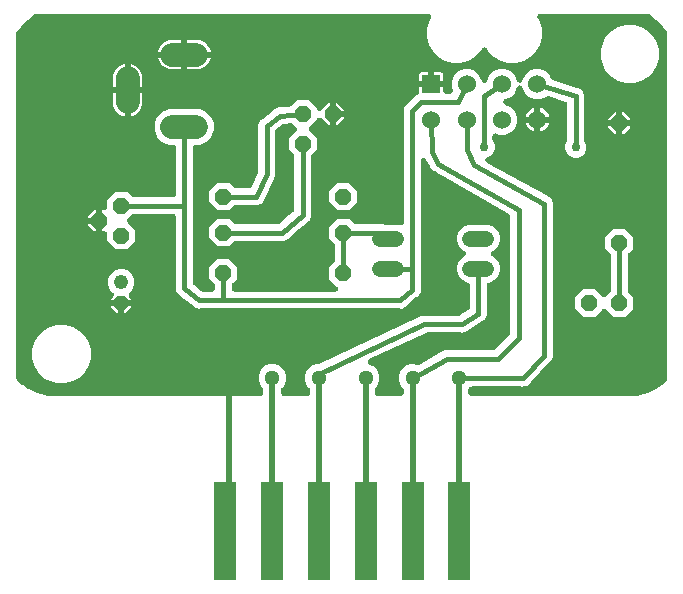
<source format=gbr>
G04 EAGLE Gerber X2 export*
%TF.Part,Single*%
%TF.FileFunction,Copper,L2,Bot,Mixed*%
%TF.FilePolarity,Positive*%
%TF.GenerationSoftware,Autodesk,EAGLE,8.6.0*%
%TF.CreationDate,2018-11-01T12:35:15Z*%
G75*
%MOMM*%
%FSLAX34Y34*%
%LPD*%
%AMOC8*
5,1,8,0,0,1.08239X$1,22.5*%
G01*
%ADD10P,1.319650X8X292.500000*%
%ADD11C,1.219200*%
%ADD12P,1.429621X8X112.500000*%
%ADD13C,2.000000*%
%ADD14R,1.905000X8.255000*%
%ADD15C,1.320800*%
%ADD16P,1.429621X8X22.500000*%
%ADD17C,1.530000*%
%ADD18R,1.530000X1.530000*%
%ADD19P,1.429621X8X202.500000*%
%ADD20C,1.300000*%
%ADD21C,0.508000*%
%ADD22C,0.406400*%
%ADD23C,0.756400*%

G36*
X216697Y162564D02*
X216697Y162564D01*
X216731Y162562D01*
X216920Y162584D01*
X217111Y162601D01*
X217144Y162610D01*
X217178Y162614D01*
X217361Y162669D01*
X217545Y162719D01*
X217576Y162734D01*
X217609Y162744D01*
X217780Y162831D01*
X217952Y162913D01*
X217980Y162933D01*
X218011Y162948D01*
X218163Y163064D01*
X218318Y163175D01*
X218342Y163200D01*
X218369Y163220D01*
X218498Y163361D01*
X218632Y163497D01*
X218651Y163526D01*
X218675Y163552D01*
X218777Y163713D01*
X218884Y163870D01*
X218898Y163902D01*
X218916Y163931D01*
X218989Y164108D01*
X219066Y164282D01*
X219074Y164316D01*
X219087Y164348D01*
X219127Y164535D01*
X219173Y164720D01*
X219175Y164754D01*
X219182Y164788D01*
X219201Y165100D01*
X219201Y167991D01*
X219187Y168155D01*
X219180Y168319D01*
X219167Y168379D01*
X219161Y168440D01*
X219118Y168599D01*
X219082Y168759D01*
X219059Y168815D01*
X219043Y168874D01*
X218972Y169022D01*
X218909Y169174D01*
X218876Y169226D01*
X218849Y169281D01*
X218754Y169414D01*
X218664Y169553D01*
X218613Y169610D01*
X218587Y169647D01*
X218544Y169689D01*
X218458Y169787D01*
X217004Y171240D01*
X215241Y175496D01*
X215241Y180104D01*
X217004Y184360D01*
X220262Y187618D01*
X224518Y189381D01*
X229126Y189381D01*
X233382Y187618D01*
X236640Y184360D01*
X238403Y180104D01*
X238403Y175496D01*
X236640Y171240D01*
X235186Y169787D01*
X235081Y169661D01*
X234969Y169540D01*
X234937Y169488D01*
X234898Y169441D01*
X234816Y169299D01*
X234728Y169160D01*
X234704Y169103D01*
X234674Y169050D01*
X234619Y168896D01*
X234557Y168743D01*
X234544Y168684D01*
X234523Y168626D01*
X234497Y168464D01*
X234462Y168303D01*
X234457Y168226D01*
X234450Y168182D01*
X234451Y168121D01*
X234443Y167991D01*
X234443Y165100D01*
X234446Y165066D01*
X234444Y165031D01*
X234466Y164842D01*
X234483Y164652D01*
X234492Y164618D01*
X234496Y164584D01*
X234551Y164401D01*
X234601Y164217D01*
X234616Y164186D01*
X234626Y164153D01*
X234713Y163982D01*
X234795Y163811D01*
X234815Y163782D01*
X234830Y163751D01*
X234946Y163599D01*
X235057Y163444D01*
X235082Y163420D01*
X235102Y163393D01*
X235242Y163264D01*
X235379Y163130D01*
X235408Y163111D01*
X235434Y163088D01*
X235595Y162985D01*
X235752Y162878D01*
X235784Y162864D01*
X235813Y162846D01*
X235990Y162773D01*
X236164Y162696D01*
X236198Y162688D01*
X236230Y162675D01*
X236417Y162635D01*
X236602Y162589D01*
X236636Y162587D01*
X236670Y162580D01*
X236982Y162561D01*
X256286Y162561D01*
X256321Y162564D01*
X256355Y162562D01*
X256544Y162584D01*
X256735Y162601D01*
X256768Y162610D01*
X256802Y162614D01*
X256985Y162669D01*
X257169Y162719D01*
X257200Y162734D01*
X257233Y162744D01*
X257404Y162831D01*
X257576Y162913D01*
X257604Y162933D01*
X257635Y162948D01*
X257787Y163064D01*
X257942Y163175D01*
X257966Y163200D01*
X257993Y163220D01*
X258122Y163361D01*
X258256Y163497D01*
X258275Y163526D01*
X258299Y163552D01*
X258401Y163713D01*
X258508Y163870D01*
X258522Y163902D01*
X258540Y163931D01*
X258613Y164108D01*
X258690Y164282D01*
X258698Y164316D01*
X258711Y164348D01*
X258751Y164535D01*
X258797Y164720D01*
X258799Y164754D01*
X258806Y164788D01*
X258825Y165100D01*
X258825Y167991D01*
X258811Y168155D01*
X258804Y168319D01*
X258791Y168379D01*
X258785Y168440D01*
X258742Y168599D01*
X258706Y168759D01*
X258683Y168815D01*
X258667Y168874D01*
X258596Y169022D01*
X258533Y169174D01*
X258500Y169226D01*
X258473Y169281D01*
X258378Y169414D01*
X258288Y169553D01*
X258237Y169610D01*
X258211Y169647D01*
X258168Y169689D01*
X258082Y169787D01*
X256628Y171240D01*
X254865Y175496D01*
X254865Y180104D01*
X256628Y184360D01*
X259886Y187618D01*
X264142Y189381D01*
X265690Y189381D01*
X265866Y189396D01*
X266041Y189405D01*
X266089Y189416D01*
X266139Y189421D01*
X266309Y189467D01*
X266480Y189507D01*
X266537Y189529D01*
X266573Y189539D01*
X266630Y189566D01*
X266771Y189622D01*
X351048Y229240D01*
X351098Y229269D01*
X351151Y229291D01*
X351292Y229382D01*
X351437Y229466D01*
X351481Y229504D01*
X351518Y229528D01*
X352669Y230005D01*
X352708Y230025D01*
X352778Y230053D01*
X353927Y230593D01*
X354029Y230607D01*
X354084Y230625D01*
X354128Y230633D01*
X355374Y230633D01*
X355418Y230637D01*
X355493Y230636D01*
X356761Y230695D01*
X356861Y230669D01*
X356918Y230664D01*
X356975Y230652D01*
X357287Y230633D01*
X384539Y230633D01*
X384651Y230643D01*
X384764Y230643D01*
X384875Y230663D01*
X384988Y230673D01*
X385096Y230702D01*
X385207Y230722D01*
X385313Y230761D01*
X385422Y230791D01*
X385524Y230839D01*
X385629Y230878D01*
X385772Y230958D01*
X385829Y230985D01*
X385856Y231004D01*
X385903Y231030D01*
X393031Y235566D01*
X393205Y235699D01*
X393375Y235829D01*
X393381Y235835D01*
X393388Y235841D01*
X393534Y236001D01*
X393681Y236160D01*
X393685Y236167D01*
X393691Y236174D01*
X393806Y236356D01*
X393922Y236540D01*
X393926Y236548D01*
X393930Y236555D01*
X394011Y236756D01*
X394093Y236956D01*
X394095Y236965D01*
X394098Y236973D01*
X394142Y237183D01*
X394188Y237397D01*
X394189Y237407D01*
X394190Y237414D01*
X394191Y237443D01*
X394207Y237708D01*
X394207Y256377D01*
X394188Y256588D01*
X394172Y256799D01*
X394169Y256812D01*
X394167Y256825D01*
X394111Y257030D01*
X394058Y257235D01*
X394052Y257247D01*
X394049Y257259D01*
X393959Y257449D01*
X393869Y257643D01*
X393861Y257654D01*
X393855Y257666D01*
X393733Y257838D01*
X393610Y258012D01*
X393601Y258021D01*
X393593Y258032D01*
X393441Y258181D01*
X393291Y258329D01*
X393280Y258337D01*
X393271Y258346D01*
X393095Y258465D01*
X392921Y258585D01*
X392906Y258592D01*
X392898Y258598D01*
X392862Y258614D01*
X392640Y258723D01*
X388097Y260604D01*
X384810Y263891D01*
X383031Y268186D01*
X383031Y272834D01*
X384810Y277129D01*
X388097Y280416D01*
X389179Y280864D01*
X389294Y280924D01*
X389414Y280976D01*
X389494Y281028D01*
X389578Y281073D01*
X389681Y281152D01*
X389790Y281224D01*
X389859Y281290D01*
X389934Y281348D01*
X390021Y281445D01*
X390115Y281534D01*
X390172Y281612D01*
X390236Y281682D01*
X390305Y281793D01*
X390381Y281898D01*
X390423Y281984D01*
X390474Y282065D01*
X390522Y282186D01*
X390579Y282302D01*
X390605Y282394D01*
X390640Y282483D01*
X390666Y282610D01*
X390702Y282736D01*
X390711Y282831D01*
X390731Y282924D01*
X390734Y283054D01*
X390747Y283184D01*
X390739Y283279D01*
X390741Y283374D01*
X390722Y283503D01*
X390711Y283633D01*
X390687Y283725D01*
X390673Y283819D01*
X390630Y283943D01*
X390597Y284068D01*
X390557Y284155D01*
X390526Y284245D01*
X390463Y284359D01*
X390408Y284477D01*
X390353Y284555D01*
X390307Y284638D01*
X390224Y284739D01*
X390150Y284846D01*
X390082Y284913D01*
X390022Y284987D01*
X389923Y285071D01*
X389830Y285163D01*
X389752Y285217D01*
X389679Y285279D01*
X389567Y285345D01*
X389460Y285419D01*
X389343Y285476D01*
X389291Y285507D01*
X389249Y285522D01*
X389179Y285556D01*
X388097Y286004D01*
X384810Y289291D01*
X383031Y293586D01*
X383031Y298234D01*
X384810Y302529D01*
X388097Y305816D01*
X392392Y307595D01*
X410248Y307595D01*
X414543Y305816D01*
X417830Y302529D01*
X419609Y298234D01*
X419609Y293586D01*
X417830Y289291D01*
X414543Y286004D01*
X413461Y285556D01*
X413346Y285496D01*
X413226Y285444D01*
X413146Y285392D01*
X413062Y285347D01*
X412959Y285268D01*
X412850Y285196D01*
X412781Y285130D01*
X412706Y285072D01*
X412619Y284975D01*
X412524Y284885D01*
X412468Y284808D01*
X412404Y284737D01*
X412335Y284627D01*
X412259Y284522D01*
X412217Y284436D01*
X412166Y284355D01*
X412118Y284234D01*
X412061Y284117D01*
X412035Y284026D01*
X412000Y283937D01*
X411973Y283809D01*
X411938Y283684D01*
X411929Y283589D01*
X411909Y283496D01*
X411906Y283366D01*
X411893Y283236D01*
X411901Y283141D01*
X411899Y283046D01*
X411918Y282917D01*
X411929Y282787D01*
X411953Y282695D01*
X411967Y282601D01*
X412010Y282478D01*
X412043Y282352D01*
X412083Y282265D01*
X412114Y282175D01*
X412177Y282061D01*
X412232Y281943D01*
X412287Y281865D01*
X412333Y281782D01*
X412416Y281681D01*
X412490Y281574D01*
X412558Y281507D01*
X412618Y281433D01*
X412717Y281349D01*
X412810Y281257D01*
X412888Y281203D01*
X412961Y281141D01*
X413073Y281075D01*
X413180Y281001D01*
X413297Y280944D01*
X413349Y280913D01*
X413391Y280898D01*
X413461Y280864D01*
X414543Y280416D01*
X417830Y277129D01*
X419609Y272834D01*
X419609Y268186D01*
X417830Y263891D01*
X414543Y260604D01*
X410000Y258723D01*
X409812Y258624D01*
X409623Y258528D01*
X409613Y258520D01*
X409601Y258514D01*
X409433Y258384D01*
X409265Y258256D01*
X409256Y258246D01*
X409245Y258238D01*
X409104Y258082D01*
X408959Y257925D01*
X408952Y257914D01*
X408944Y257904D01*
X408832Y257725D01*
X408718Y257545D01*
X408713Y257533D01*
X408706Y257522D01*
X408627Y257325D01*
X408547Y257129D01*
X408544Y257116D01*
X408539Y257103D01*
X408496Y256896D01*
X408452Y256689D01*
X408451Y256673D01*
X408449Y256662D01*
X408448Y256623D01*
X408433Y256377D01*
X408433Y233252D01*
X408438Y233188D01*
X408436Y233123D01*
X408471Y232812D01*
X408570Y232248D01*
X408493Y231901D01*
X408478Y231781D01*
X408452Y231662D01*
X408443Y231517D01*
X408435Y231455D01*
X408437Y231416D01*
X408433Y231350D01*
X408433Y230995D01*
X408214Y230466D01*
X408194Y230404D01*
X408167Y230345D01*
X408081Y230045D01*
X407956Y229486D01*
X407753Y229195D01*
X407692Y229090D01*
X407623Y228990D01*
X407559Y228859D01*
X407528Y228805D01*
X407514Y228768D01*
X407486Y228709D01*
X407350Y228381D01*
X406945Y227976D01*
X406903Y227926D01*
X406856Y227882D01*
X406661Y227638D01*
X406332Y227169D01*
X406033Y226978D01*
X405936Y226904D01*
X405834Y226838D01*
X405725Y226742D01*
X405676Y226704D01*
X405649Y226675D01*
X405600Y226631D01*
X405349Y226380D01*
X404820Y226161D01*
X404762Y226131D01*
X404702Y226108D01*
X404428Y225957D01*
X392062Y218088D01*
X391966Y218014D01*
X391864Y217948D01*
X391755Y217852D01*
X391706Y217814D01*
X391679Y217784D01*
X391630Y217741D01*
X391379Y217490D01*
X390850Y217271D01*
X390792Y217241D01*
X390732Y217218D01*
X390458Y217067D01*
X389975Y216760D01*
X389625Y216698D01*
X389508Y216667D01*
X389388Y216645D01*
X389251Y216597D01*
X389190Y216581D01*
X389155Y216564D01*
X389093Y216543D01*
X388765Y216407D01*
X388192Y216407D01*
X388128Y216402D01*
X388063Y216404D01*
X387752Y216369D01*
X387188Y216270D01*
X386841Y216347D01*
X386721Y216362D01*
X386602Y216388D01*
X386457Y216397D01*
X386395Y216405D01*
X386356Y216403D01*
X386290Y216407D01*
X357755Y216407D01*
X357580Y216392D01*
X357404Y216383D01*
X357356Y216372D01*
X357307Y216367D01*
X357137Y216321D01*
X356966Y216281D01*
X356909Y216259D01*
X356873Y216249D01*
X356816Y216222D01*
X356675Y216166D01*
X308961Y193736D01*
X308900Y193701D01*
X308835Y193673D01*
X308706Y193587D01*
X308572Y193509D01*
X308518Y193464D01*
X308459Y193424D01*
X308347Y193318D01*
X308230Y193217D01*
X308185Y193163D01*
X308133Y193114D01*
X308042Y192989D01*
X307944Y192869D01*
X307909Y192808D01*
X307867Y192750D01*
X307800Y192611D01*
X307724Y192476D01*
X307701Y192409D01*
X307670Y192346D01*
X307628Y192197D01*
X307577Y192051D01*
X307566Y191981D01*
X307547Y191913D01*
X307532Y191759D01*
X307508Y191606D01*
X307509Y191535D01*
X307502Y191465D01*
X307514Y191310D01*
X307518Y191156D01*
X307532Y191086D01*
X307538Y191016D01*
X307577Y190866D01*
X307608Y190714D01*
X307634Y190649D01*
X307652Y190580D01*
X307716Y190440D01*
X307774Y190296D01*
X307811Y190236D01*
X307841Y190172D01*
X307929Y190045D01*
X308011Y189913D01*
X308058Y189861D01*
X308099Y189803D01*
X308209Y189694D01*
X308312Y189579D01*
X308368Y189535D01*
X308418Y189485D01*
X308546Y189397D01*
X308668Y189303D01*
X308731Y189270D01*
X308789Y189229D01*
X309061Y189097D01*
X309067Y189094D01*
X309068Y189093D01*
X309070Y189092D01*
X312630Y187618D01*
X315888Y184360D01*
X317651Y180104D01*
X317651Y175496D01*
X315888Y171240D01*
X314434Y169787D01*
X314329Y169661D01*
X314217Y169540D01*
X314185Y169488D01*
X314146Y169441D01*
X314064Y169299D01*
X313976Y169160D01*
X313952Y169103D01*
X313922Y169050D01*
X313867Y168896D01*
X313805Y168743D01*
X313792Y168684D01*
X313771Y168626D01*
X313745Y168464D01*
X313710Y168303D01*
X313705Y168226D01*
X313698Y168182D01*
X313699Y168121D01*
X313691Y167991D01*
X313691Y165100D01*
X313694Y165066D01*
X313692Y165031D01*
X313714Y164842D01*
X313731Y164652D01*
X313740Y164618D01*
X313744Y164584D01*
X313799Y164401D01*
X313849Y164217D01*
X313864Y164186D01*
X313874Y164153D01*
X313961Y163982D01*
X314043Y163811D01*
X314063Y163782D01*
X314078Y163751D01*
X314194Y163599D01*
X314305Y163444D01*
X314330Y163420D01*
X314350Y163393D01*
X314490Y163264D01*
X314627Y163130D01*
X314656Y163111D01*
X314682Y163088D01*
X314843Y162985D01*
X315000Y162878D01*
X315032Y162864D01*
X315061Y162846D01*
X315238Y162773D01*
X315412Y162696D01*
X315446Y162688D01*
X315478Y162675D01*
X315665Y162635D01*
X315850Y162589D01*
X315884Y162587D01*
X315918Y162580D01*
X316230Y162561D01*
X335534Y162561D01*
X335569Y162564D01*
X335603Y162562D01*
X335792Y162584D01*
X335983Y162601D01*
X336016Y162610D01*
X336050Y162614D01*
X336233Y162669D01*
X336417Y162719D01*
X336448Y162734D01*
X336481Y162744D01*
X336652Y162831D01*
X336824Y162913D01*
X336852Y162933D01*
X336883Y162948D01*
X337035Y163064D01*
X337190Y163175D01*
X337214Y163200D01*
X337241Y163220D01*
X337370Y163361D01*
X337504Y163497D01*
X337523Y163526D01*
X337547Y163552D01*
X337649Y163713D01*
X337756Y163870D01*
X337770Y163902D01*
X337788Y163931D01*
X337861Y164108D01*
X337938Y164282D01*
X337946Y164316D01*
X337959Y164348D01*
X337999Y164535D01*
X338045Y164720D01*
X338047Y164754D01*
X338054Y164788D01*
X338073Y165100D01*
X338073Y167991D01*
X338059Y168155D01*
X338052Y168319D01*
X338039Y168379D01*
X338033Y168440D01*
X337990Y168599D01*
X337954Y168759D01*
X337931Y168815D01*
X337915Y168874D01*
X337844Y169022D01*
X337781Y169174D01*
X337748Y169226D01*
X337721Y169281D01*
X337626Y169414D01*
X337536Y169553D01*
X337485Y169610D01*
X337459Y169647D01*
X337416Y169689D01*
X337330Y169787D01*
X335876Y171240D01*
X334113Y175496D01*
X334113Y180104D01*
X335876Y184360D01*
X339134Y187618D01*
X343390Y189381D01*
X347998Y189381D01*
X348961Y188982D01*
X349055Y188952D01*
X349146Y188913D01*
X349270Y188885D01*
X349391Y188847D01*
X349489Y188834D01*
X349585Y188812D01*
X349711Y188806D01*
X349837Y188790D01*
X349936Y188795D01*
X350034Y188790D01*
X350160Y188807D01*
X350287Y188813D01*
X350383Y188835D01*
X350481Y188848D01*
X350602Y188886D01*
X350726Y188915D01*
X350816Y188954D01*
X350910Y188984D01*
X351086Y189070D01*
X351139Y189093D01*
X351158Y189106D01*
X351191Y189122D01*
X370000Y199846D01*
X370151Y199951D01*
X370304Y200050D01*
X370343Y200085D01*
X370370Y200103D01*
X370414Y200148D01*
X370538Y200257D01*
X370621Y200340D01*
X371368Y200649D01*
X371370Y200651D01*
X371373Y200651D01*
X371654Y200789D01*
X372356Y201190D01*
X372473Y201204D01*
X372651Y201243D01*
X372831Y201276D01*
X372881Y201293D01*
X372913Y201300D01*
X372971Y201324D01*
X373127Y201378D01*
X373235Y201423D01*
X374043Y201423D01*
X374046Y201423D01*
X374049Y201423D01*
X374361Y201443D01*
X375163Y201544D01*
X375277Y201513D01*
X375456Y201480D01*
X375635Y201442D01*
X375688Y201439D01*
X375720Y201433D01*
X375783Y201433D01*
X375947Y201423D01*
X413832Y201423D01*
X413996Y201437D01*
X414160Y201444D01*
X414220Y201457D01*
X414281Y201463D01*
X414439Y201506D01*
X414600Y201542D01*
X414656Y201565D01*
X414715Y201581D01*
X414863Y201652D01*
X415015Y201715D01*
X415067Y201748D01*
X415122Y201775D01*
X415255Y201870D01*
X415393Y201960D01*
X415451Y202011D01*
X415488Y202037D01*
X415530Y202080D01*
X415628Y202166D01*
X427754Y214292D01*
X427859Y214419D01*
X427971Y214540D01*
X428003Y214591D01*
X428042Y214638D01*
X428124Y214781D01*
X428212Y214919D01*
X428236Y214976D01*
X428266Y215029D01*
X428321Y215184D01*
X428383Y215336D01*
X428396Y215396D01*
X428417Y215453D01*
X428443Y215615D01*
X428478Y215776D01*
X428483Y215853D01*
X428490Y215897D01*
X428489Y215958D01*
X428497Y216088D01*
X428497Y314439D01*
X428493Y314490D01*
X428495Y314542D01*
X428473Y314714D01*
X428457Y314887D01*
X428444Y314937D01*
X428437Y314989D01*
X428385Y315154D01*
X428339Y315322D01*
X428317Y315368D01*
X428301Y315418D01*
X428220Y315572D01*
X428145Y315728D01*
X428115Y315770D01*
X428091Y315816D01*
X427984Y315953D01*
X427883Y316094D01*
X427846Y316131D01*
X427814Y316171D01*
X427685Y316287D01*
X427561Y316408D01*
X427518Y316437D01*
X427479Y316472D01*
X427218Y316643D01*
X371426Y348525D01*
X371344Y348562D01*
X371266Y348608D01*
X371139Y348656D01*
X371093Y348678D01*
X369808Y349448D01*
X369789Y349457D01*
X369762Y349475D01*
X368468Y350214D01*
X368423Y350257D01*
X368242Y350382D01*
X368201Y350412D01*
X368187Y350419D01*
X368166Y350434D01*
X364294Y352757D01*
X364181Y352812D01*
X364072Y352875D01*
X363945Y352926D01*
X363889Y352953D01*
X363848Y352965D01*
X363782Y352991D01*
X363461Y353097D01*
X363014Y353482D01*
X362965Y353517D01*
X362921Y353558D01*
X362663Y353735D01*
X362157Y354039D01*
X361956Y354310D01*
X361873Y354404D01*
X361797Y354505D01*
X361698Y354600D01*
X361657Y354647D01*
X361624Y354673D01*
X361573Y354723D01*
X361317Y354943D01*
X361051Y355470D01*
X361019Y355521D01*
X360994Y355576D01*
X360824Y355838D01*
X360473Y356312D01*
X360391Y356640D01*
X360350Y356759D01*
X360318Y356881D01*
X360264Y357007D01*
X360243Y357066D01*
X360223Y357102D01*
X360195Y357168D01*
X357359Y362789D01*
X357315Y362859D01*
X357279Y362934D01*
X357197Y363050D01*
X357121Y363171D01*
X357066Y363233D01*
X357017Y363300D01*
X356915Y363400D01*
X356820Y363505D01*
X356754Y363556D01*
X356695Y363615D01*
X356577Y363694D01*
X356464Y363781D01*
X356391Y363820D01*
X356322Y363867D01*
X356191Y363924D01*
X356065Y363990D01*
X355986Y364015D01*
X355910Y364049D01*
X355771Y364083D01*
X355636Y364125D01*
X355553Y364136D01*
X355472Y364155D01*
X355330Y364164D01*
X355189Y364182D01*
X355106Y364178D01*
X355023Y364183D01*
X354882Y364167D01*
X354739Y364160D01*
X354658Y364141D01*
X354576Y364131D01*
X354439Y364090D01*
X354301Y364058D01*
X354224Y364025D01*
X354145Y364001D01*
X354018Y363936D01*
X353887Y363880D01*
X353818Y363834D01*
X353743Y363796D01*
X353630Y363711D01*
X353511Y363632D01*
X353451Y363575D01*
X353385Y363524D01*
X353288Y363420D01*
X353185Y363322D01*
X353136Y363255D01*
X353079Y363193D01*
X353003Y363073D01*
X352919Y362958D01*
X352882Y362884D01*
X352838Y362814D01*
X352784Y362682D01*
X352721Y362554D01*
X352698Y362474D01*
X352667Y362397D01*
X352637Y362258D01*
X352598Y362121D01*
X352589Y362038D01*
X352572Y361957D01*
X352557Y361714D01*
X352553Y361673D01*
X352554Y361662D01*
X352553Y361645D01*
X352553Y254318D01*
X352556Y254286D01*
X352554Y254253D01*
X352576Y254062D01*
X352593Y253870D01*
X352601Y253838D01*
X352605Y253806D01*
X352633Y253701D01*
X352558Y252577D01*
X352560Y252520D01*
X352553Y252409D01*
X352553Y251267D01*
X352542Y251230D01*
X352484Y251046D01*
X352480Y251013D01*
X352471Y250982D01*
X352457Y250875D01*
X351958Y249865D01*
X351937Y249812D01*
X351888Y249711D01*
X351452Y248657D01*
X351427Y248626D01*
X351304Y248478D01*
X351287Y248450D01*
X351267Y248424D01*
X351213Y248330D01*
X350365Y247589D01*
X350326Y247547D01*
X350242Y247473D01*
X349435Y246666D01*
X349401Y246647D01*
X349230Y246558D01*
X349204Y246538D01*
X349176Y246522D01*
X348929Y246331D01*
X340206Y238699D01*
X340166Y238658D01*
X340082Y238583D01*
X339275Y237776D01*
X339241Y237757D01*
X339070Y237668D01*
X339044Y237648D01*
X339016Y237632D01*
X338930Y237566D01*
X337863Y237205D01*
X337811Y237182D01*
X337705Y237146D01*
X336651Y236709D01*
X336612Y236704D01*
X336420Y236687D01*
X336388Y236679D01*
X336356Y236675D01*
X336251Y236647D01*
X335127Y236722D01*
X335070Y236720D01*
X334959Y236727D01*
X165634Y236727D01*
X165591Y236723D01*
X165354Y236712D01*
X164479Y236615D01*
X164437Y236627D01*
X164238Y236666D01*
X164042Y236708D01*
X164013Y236710D01*
X163995Y236713D01*
X163941Y236714D01*
X163730Y236727D01*
X163685Y236727D01*
X162872Y237064D01*
X162830Y237077D01*
X162607Y237157D01*
X161762Y237402D01*
X161727Y237430D01*
X161558Y237542D01*
X161393Y237656D01*
X161367Y237669D01*
X161352Y237679D01*
X161302Y237700D01*
X161112Y237793D01*
X161071Y237810D01*
X160449Y238432D01*
X160415Y238461D01*
X160239Y238620D01*
X149027Y247590D01*
X148860Y247701D01*
X148693Y247816D01*
X148667Y247829D01*
X148652Y247839D01*
X148602Y247860D01*
X148412Y247953D01*
X148371Y247970D01*
X147749Y248593D01*
X147715Y248621D01*
X147539Y248780D01*
X146852Y249330D01*
X146830Y249369D01*
X146718Y249536D01*
X146609Y249705D01*
X146590Y249727D01*
X146579Y249742D01*
X146542Y249781D01*
X146402Y249940D01*
X146370Y249971D01*
X146033Y250784D01*
X146013Y250824D01*
X145912Y251037D01*
X145487Y251808D01*
X145482Y251853D01*
X145442Y252050D01*
X145406Y252249D01*
X145397Y252275D01*
X145393Y252294D01*
X145373Y252344D01*
X145304Y252544D01*
X145287Y252585D01*
X145287Y253466D01*
X145283Y253509D01*
X145272Y253746D01*
X145175Y254621D01*
X145187Y254663D01*
X145226Y254862D01*
X145268Y255058D01*
X145270Y255087D01*
X145273Y255105D01*
X145274Y255159D01*
X145287Y255370D01*
X145287Y314198D01*
X145284Y314233D01*
X145286Y314267D01*
X145264Y314456D01*
X145247Y314647D01*
X145238Y314680D01*
X145234Y314714D01*
X145179Y314897D01*
X145129Y315081D01*
X145114Y315112D01*
X145104Y315145D01*
X145017Y315316D01*
X144935Y315488D01*
X144915Y315516D01*
X144900Y315547D01*
X144784Y315699D01*
X144673Y315854D01*
X144648Y315878D01*
X144628Y315905D01*
X144488Y316034D01*
X144351Y316168D01*
X144322Y316187D01*
X144296Y316211D01*
X144135Y316313D01*
X143978Y316420D01*
X143946Y316434D01*
X143917Y316452D01*
X143740Y316525D01*
X143566Y316602D01*
X143532Y316610D01*
X143500Y316623D01*
X143313Y316663D01*
X143128Y316709D01*
X143094Y316711D01*
X143060Y316718D01*
X142748Y316737D01*
X109524Y316737D01*
X109360Y316723D01*
X109196Y316716D01*
X109136Y316703D01*
X109075Y316697D01*
X108916Y316654D01*
X108756Y316618D01*
X108700Y316595D01*
X108641Y316579D01*
X108493Y316508D01*
X108341Y316445D01*
X108289Y316412D01*
X108234Y316385D01*
X108101Y316290D01*
X107962Y316200D01*
X107905Y316149D01*
X107868Y316123D01*
X107826Y316080D01*
X107728Y315994D01*
X104680Y312946D01*
X104658Y312919D01*
X104632Y312896D01*
X104514Y312747D01*
X104391Y312600D01*
X104374Y312570D01*
X104353Y312543D01*
X104263Y312375D01*
X104168Y312209D01*
X104156Y312177D01*
X104140Y312146D01*
X104081Y311965D01*
X104017Y311785D01*
X104011Y311751D01*
X104001Y311718D01*
X103975Y311529D01*
X103944Y311341D01*
X103944Y311306D01*
X103939Y311272D01*
X103947Y311081D01*
X103950Y310891D01*
X103956Y310856D01*
X103958Y310822D01*
X103999Y310636D01*
X104035Y310448D01*
X104048Y310416D01*
X104055Y310382D01*
X104129Y310206D01*
X104198Y310028D01*
X104216Y309999D01*
X104229Y309967D01*
X104333Y309806D01*
X104432Y309644D01*
X104455Y309618D01*
X104473Y309589D01*
X104680Y309354D01*
X110745Y303290D01*
X110745Y293610D01*
X103900Y286765D01*
X94220Y286765D01*
X87375Y293610D01*
X87375Y299466D01*
X87372Y299501D01*
X87374Y299535D01*
X87352Y299724D01*
X87335Y299915D01*
X87326Y299948D01*
X87322Y299982D01*
X87267Y300165D01*
X87217Y300349D01*
X87202Y300380D01*
X87192Y300413D01*
X87105Y300584D01*
X87023Y300756D01*
X87003Y300784D01*
X86988Y300815D01*
X86872Y300967D01*
X86761Y301122D01*
X86736Y301146D01*
X86716Y301173D01*
X86576Y301302D01*
X86439Y301436D01*
X86410Y301455D01*
X86384Y301479D01*
X86223Y301581D01*
X86066Y301688D01*
X86034Y301702D01*
X86005Y301720D01*
X85828Y301793D01*
X85654Y301870D01*
X85620Y301878D01*
X85588Y301891D01*
X85401Y301931D01*
X85216Y301977D01*
X85182Y301979D01*
X85148Y301986D01*
X84836Y302005D01*
X82549Y302005D01*
X82549Y311150D01*
X82549Y320295D01*
X84836Y320295D01*
X84871Y320298D01*
X84905Y320296D01*
X85094Y320318D01*
X85285Y320335D01*
X85318Y320344D01*
X85352Y320348D01*
X85535Y320403D01*
X85719Y320453D01*
X85750Y320468D01*
X85783Y320478D01*
X85954Y320565D01*
X86126Y320647D01*
X86154Y320667D01*
X86185Y320682D01*
X86337Y320798D01*
X86492Y320909D01*
X86516Y320934D01*
X86543Y320954D01*
X86672Y321094D01*
X86806Y321231D01*
X86825Y321260D01*
X86849Y321286D01*
X86951Y321447D01*
X87058Y321604D01*
X87072Y321636D01*
X87090Y321665D01*
X87163Y321842D01*
X87240Y322016D01*
X87248Y322050D01*
X87261Y322082D01*
X87301Y322269D01*
X87347Y322454D01*
X87349Y322488D01*
X87356Y322522D01*
X87375Y322834D01*
X87375Y328690D01*
X94220Y335535D01*
X103900Y335535D01*
X107728Y331706D01*
X107855Y331601D01*
X107975Y331489D01*
X108027Y331457D01*
X108074Y331418D01*
X108216Y331336D01*
X108355Y331248D01*
X108412Y331224D01*
X108465Y331194D01*
X108619Y331139D01*
X108772Y331077D01*
X108831Y331064D01*
X108889Y331043D01*
X109051Y331017D01*
X109212Y330982D01*
X109289Y330977D01*
X109333Y330970D01*
X109394Y330971D01*
X109524Y330963D01*
X142748Y330963D01*
X142783Y330966D01*
X142817Y330964D01*
X143006Y330986D01*
X143197Y331003D01*
X143230Y331012D01*
X143264Y331016D01*
X143447Y331071D01*
X143631Y331121D01*
X143662Y331136D01*
X143695Y331146D01*
X143866Y331233D01*
X144038Y331315D01*
X144066Y331335D01*
X144097Y331350D01*
X144249Y331466D01*
X144404Y331577D01*
X144428Y331602D01*
X144455Y331622D01*
X144584Y331762D01*
X144718Y331899D01*
X144737Y331928D01*
X144761Y331954D01*
X144863Y332115D01*
X144970Y332272D01*
X144984Y332304D01*
X145002Y332333D01*
X145075Y332510D01*
X145152Y332684D01*
X145160Y332718D01*
X145173Y332750D01*
X145213Y332937D01*
X145259Y333122D01*
X145261Y333156D01*
X145268Y333190D01*
X145287Y333502D01*
X145287Y373020D01*
X145284Y373055D01*
X145286Y373089D01*
X145264Y373278D01*
X145247Y373469D01*
X145238Y373502D01*
X145234Y373536D01*
X145179Y373719D01*
X145129Y373903D01*
X145114Y373934D01*
X145104Y373967D01*
X145017Y374138D01*
X144935Y374310D01*
X144915Y374338D01*
X144900Y374369D01*
X144784Y374521D01*
X144673Y374676D01*
X144648Y374700D01*
X144628Y374727D01*
X144488Y374856D01*
X144351Y374990D01*
X144322Y375009D01*
X144296Y375033D01*
X144135Y375135D01*
X143978Y375242D01*
X143946Y375256D01*
X143917Y375274D01*
X143740Y375347D01*
X143566Y375424D01*
X143532Y375432D01*
X143500Y375445D01*
X143313Y375485D01*
X143128Y375531D01*
X143094Y375533D01*
X143060Y375540D01*
X142748Y375559D01*
X139400Y375559D01*
X133857Y377855D01*
X129615Y382097D01*
X127319Y387640D01*
X127319Y393640D01*
X129615Y399183D01*
X133857Y403425D01*
X139400Y405721D01*
X165400Y405721D01*
X170943Y403425D01*
X175185Y399183D01*
X177481Y393640D01*
X177481Y387640D01*
X175185Y382097D01*
X170943Y377855D01*
X165400Y375559D01*
X162052Y375559D01*
X162017Y375556D01*
X161983Y375558D01*
X161794Y375536D01*
X161603Y375519D01*
X161570Y375510D01*
X161536Y375506D01*
X161353Y375451D01*
X161169Y375401D01*
X161138Y375386D01*
X161105Y375376D01*
X160934Y375289D01*
X160762Y375207D01*
X160734Y375187D01*
X160703Y375172D01*
X160551Y375056D01*
X160396Y374945D01*
X160372Y374920D01*
X160345Y374900D01*
X160216Y374760D01*
X160082Y374623D01*
X160063Y374594D01*
X160039Y374568D01*
X159937Y374407D01*
X159830Y374250D01*
X159816Y374218D01*
X159798Y374189D01*
X159725Y374012D01*
X159648Y373838D01*
X159640Y373804D01*
X159627Y373772D01*
X159587Y373585D01*
X159541Y373400D01*
X159539Y373366D01*
X159532Y373332D01*
X159513Y373020D01*
X159513Y258639D01*
X159520Y258559D01*
X159518Y258480D01*
X159540Y258336D01*
X159553Y258190D01*
X159574Y258113D01*
X159586Y258035D01*
X159633Y257897D01*
X159671Y257756D01*
X159705Y257684D01*
X159731Y257609D01*
X159802Y257481D01*
X159865Y257349D01*
X159911Y257285D01*
X159950Y257215D01*
X160042Y257102D01*
X160127Y256983D01*
X160184Y256928D01*
X160234Y256866D01*
X160425Y256693D01*
X160449Y256669D01*
X160457Y256665D01*
X160466Y256656D01*
X166899Y251509D01*
X166919Y251496D01*
X166937Y251479D01*
X167108Y251371D01*
X167275Y251260D01*
X167297Y251251D01*
X167317Y251238D01*
X167504Y251161D01*
X167688Y251081D01*
X167711Y251076D01*
X167734Y251067D01*
X167931Y251024D01*
X168126Y250978D01*
X168150Y250977D01*
X168174Y250972D01*
X168486Y250953D01*
X175768Y250953D01*
X175803Y250956D01*
X175837Y250954D01*
X176026Y250976D01*
X176217Y250993D01*
X176250Y251002D01*
X176284Y251006D01*
X176467Y251061D01*
X176651Y251111D01*
X176682Y251126D01*
X176715Y251136D01*
X176886Y251223D01*
X177058Y251305D01*
X177086Y251325D01*
X177117Y251340D01*
X177269Y251456D01*
X177424Y251567D01*
X177448Y251592D01*
X177475Y251612D01*
X177604Y251752D01*
X177738Y251889D01*
X177757Y251918D01*
X177781Y251944D01*
X177883Y252105D01*
X177990Y252262D01*
X178004Y252294D01*
X178022Y252323D01*
X178095Y252500D01*
X178172Y252674D01*
X178180Y252708D01*
X178193Y252740D01*
X178233Y252927D01*
X178279Y253112D01*
X178281Y253146D01*
X178288Y253180D01*
X178307Y253492D01*
X178307Y256236D01*
X178293Y256400D01*
X178286Y256564D01*
X178273Y256624D01*
X178267Y256685D01*
X178224Y256844D01*
X178188Y257004D01*
X178165Y257060D01*
X178149Y257119D01*
X178078Y257268D01*
X178015Y257419D01*
X177982Y257471D01*
X177955Y257526D01*
X177860Y257659D01*
X177770Y257798D01*
X177719Y257855D01*
X177693Y257892D01*
X177650Y257934D01*
X177564Y258032D01*
X173735Y261860D01*
X173735Y271540D01*
X180580Y278385D01*
X190260Y278385D01*
X197105Y271540D01*
X197105Y261860D01*
X193276Y258032D01*
X193171Y257906D01*
X193059Y257785D01*
X193027Y257733D01*
X192988Y257686D01*
X192906Y257544D01*
X192818Y257405D01*
X192794Y257348D01*
X192764Y257295D01*
X192709Y257140D01*
X192647Y256988D01*
X192634Y256929D01*
X192613Y256871D01*
X192587Y256709D01*
X192552Y256548D01*
X192547Y256471D01*
X192540Y256427D01*
X192541Y256366D01*
X192533Y256236D01*
X192533Y253492D01*
X192536Y253457D01*
X192534Y253423D01*
X192556Y253234D01*
X192573Y253043D01*
X192582Y253010D01*
X192586Y252976D01*
X192641Y252793D01*
X192691Y252609D01*
X192706Y252578D01*
X192716Y252545D01*
X192803Y252374D01*
X192885Y252202D01*
X192905Y252174D01*
X192920Y252143D01*
X193036Y251991D01*
X193147Y251836D01*
X193172Y251812D01*
X193192Y251785D01*
X193332Y251656D01*
X193469Y251522D01*
X193498Y251503D01*
X193524Y251479D01*
X193685Y251377D01*
X193842Y251270D01*
X193874Y251256D01*
X193903Y251238D01*
X194080Y251165D01*
X194254Y251088D01*
X194288Y251080D01*
X194320Y251067D01*
X194507Y251027D01*
X194692Y250981D01*
X194726Y250979D01*
X194760Y250972D01*
X195072Y250953D01*
X280112Y250953D01*
X280242Y250964D01*
X280372Y250966D01*
X280465Y250984D01*
X280561Y250993D01*
X280686Y251027D01*
X280814Y251052D01*
X280903Y251086D01*
X280995Y251111D01*
X281112Y251167D01*
X281234Y251214D01*
X281316Y251264D01*
X281402Y251305D01*
X281507Y251380D01*
X281619Y251448D01*
X281690Y251511D01*
X281768Y251567D01*
X281859Y251660D01*
X281956Y251746D01*
X282015Y251821D01*
X282082Y251889D01*
X282155Y251997D01*
X282235Y252099D01*
X282280Y252183D01*
X282334Y252262D01*
X282387Y252381D01*
X282448Y252496D01*
X282478Y252587D01*
X282516Y252674D01*
X282547Y252801D01*
X282587Y252924D01*
X282600Y253019D01*
X282623Y253112D01*
X282631Y253241D01*
X282649Y253370D01*
X282645Y253466D01*
X282651Y253561D01*
X282636Y253690D01*
X282630Y253820D01*
X282610Y253913D01*
X282599Y254008D01*
X282561Y254133D01*
X282533Y254260D01*
X282496Y254348D01*
X282468Y254439D01*
X282409Y254555D01*
X282359Y254675D01*
X282307Y254755D01*
X282264Y254841D01*
X282185Y254944D01*
X282115Y255053D01*
X282029Y255151D01*
X281992Y255199D01*
X281959Y255230D01*
X281908Y255288D01*
X275335Y261860D01*
X275335Y271540D01*
X279164Y275368D01*
X279269Y275495D01*
X279381Y275615D01*
X279413Y275667D01*
X279452Y275714D01*
X279534Y275856D01*
X279622Y275995D01*
X279646Y276052D01*
X279676Y276105D01*
X279731Y276259D01*
X279793Y276412D01*
X279806Y276471D01*
X279827Y276529D01*
X279853Y276691D01*
X279888Y276852D01*
X279893Y276929D01*
X279900Y276973D01*
X279899Y277034D01*
X279907Y277164D01*
X279907Y290526D01*
X279893Y290690D01*
X279886Y290854D01*
X279873Y290914D01*
X279867Y290975D01*
X279824Y291134D01*
X279788Y291294D01*
X279765Y291350D01*
X279749Y291409D01*
X279678Y291558D01*
X279615Y291709D01*
X279582Y291761D01*
X279555Y291816D01*
X279460Y291949D01*
X279370Y292088D01*
X279319Y292145D01*
X279293Y292182D01*
X279250Y292224D01*
X279164Y292322D01*
X275335Y296150D01*
X275335Y305830D01*
X282180Y312675D01*
X291860Y312675D01*
X295688Y308846D01*
X295815Y308741D01*
X295935Y308629D01*
X295987Y308597D01*
X296034Y308558D01*
X296176Y308476D01*
X296315Y308388D01*
X296372Y308364D01*
X296425Y308334D01*
X296579Y308279D01*
X296732Y308217D01*
X296791Y308204D01*
X296849Y308183D01*
X297011Y308157D01*
X297172Y308122D01*
X297249Y308117D01*
X297293Y308110D01*
X297354Y308111D01*
X297484Y308103D01*
X321455Y308103D01*
X322215Y307788D01*
X322326Y307753D01*
X322434Y307709D01*
X322540Y307686D01*
X322644Y307653D01*
X322760Y307639D01*
X322874Y307614D01*
X323028Y307604D01*
X323091Y307597D01*
X323127Y307598D01*
X323186Y307595D01*
X334048Y307595D01*
X334816Y307277D01*
X334895Y307252D01*
X334970Y307219D01*
X335109Y307185D01*
X335246Y307142D01*
X335328Y307131D01*
X335408Y307112D01*
X335550Y307103D01*
X335693Y307085D01*
X335775Y307089D01*
X335857Y307084D01*
X335999Y307101D01*
X336142Y307108D01*
X336222Y307127D01*
X336304Y307136D01*
X336442Y307178D01*
X336581Y307210D01*
X336656Y307243D01*
X336735Y307267D01*
X336863Y307332D01*
X336994Y307388D01*
X337063Y307434D01*
X337137Y307471D01*
X337251Y307558D01*
X337370Y307636D01*
X337430Y307693D01*
X337495Y307743D01*
X337592Y307848D01*
X337696Y307947D01*
X337745Y308013D01*
X337801Y308074D01*
X337877Y308195D01*
X337962Y308310D01*
X337998Y308384D01*
X338042Y308454D01*
X338097Y308586D01*
X338160Y308715D01*
X338182Y308794D01*
X338213Y308870D01*
X338243Y309010D01*
X338283Y309148D01*
X338291Y309230D01*
X338308Y309311D01*
X338323Y309556D01*
X338327Y309596D01*
X338326Y309607D01*
X338327Y309623D01*
X338327Y389824D01*
X338326Y389838D01*
X338327Y389859D01*
X338159Y401944D01*
X338150Y402035D01*
X338150Y402126D01*
X338127Y402258D01*
X338123Y402297D01*
X338133Y403808D01*
X338131Y403828D01*
X338132Y403860D01*
X338113Y405252D01*
X338654Y406534D01*
X338660Y406553D01*
X338674Y406582D01*
X339189Y407875D01*
X340179Y408853D01*
X340193Y408869D01*
X340216Y408890D01*
X341260Y409963D01*
X341307Y409994D01*
X341470Y410135D01*
X341511Y410168D01*
X341523Y410182D01*
X341543Y410199D01*
X347898Y416471D01*
X347902Y416476D01*
X347910Y416483D01*
X348904Y417477D01*
X349626Y417771D01*
X349822Y417871D01*
X350019Y417971D01*
X350022Y417974D01*
X350027Y417977D01*
X350201Y418110D01*
X350377Y418243D01*
X350381Y418247D01*
X350385Y418250D01*
X350534Y418413D01*
X350683Y418575D01*
X350685Y418579D01*
X350688Y418582D01*
X350806Y418769D01*
X350924Y418954D01*
X350926Y418959D01*
X350929Y418963D01*
X351012Y419168D01*
X351095Y419371D01*
X351096Y419376D01*
X351098Y419380D01*
X351143Y419594D01*
X351190Y419811D01*
X351190Y419817D01*
X351191Y419821D01*
X351192Y419839D01*
X351209Y420123D01*
X351209Y424151D01*
X361390Y424151D01*
X361398Y424151D01*
X361410Y424151D01*
X371591Y424151D01*
X371591Y421094D01*
X371594Y421058D01*
X371592Y421021D01*
X371614Y420834D01*
X371631Y420646D01*
X371640Y420610D01*
X371645Y420573D01*
X371699Y420394D01*
X371749Y420211D01*
X371765Y420178D01*
X371776Y420143D01*
X371862Y419975D01*
X371943Y419805D01*
X371964Y419775D01*
X371981Y419742D01*
X372095Y419592D01*
X372205Y419439D01*
X372231Y419413D01*
X372254Y419384D01*
X372392Y419256D01*
X372527Y419125D01*
X372558Y419104D01*
X372585Y419079D01*
X372744Y418978D01*
X372900Y418873D01*
X372934Y418858D01*
X372965Y418838D01*
X373140Y418767D01*
X373312Y418690D01*
X373348Y418682D01*
X373382Y418668D01*
X373567Y418628D01*
X373750Y418584D01*
X373786Y418581D01*
X373823Y418574D01*
X374135Y418555D01*
X377196Y418561D01*
X377276Y418568D01*
X377356Y418566D01*
X377500Y418588D01*
X377645Y418601D01*
X377722Y418623D01*
X377801Y418635D01*
X377938Y418682D01*
X378079Y418721D01*
X378151Y418755D01*
X378227Y418781D01*
X378354Y418852D01*
X378485Y418915D01*
X378550Y418962D01*
X378620Y419001D01*
X378733Y419093D01*
X378851Y419178D01*
X378906Y419235D01*
X378968Y419286D01*
X379063Y419396D01*
X379164Y419501D01*
X379209Y419567D01*
X379261Y419628D01*
X379334Y419754D01*
X379416Y419874D01*
X379448Y419948D01*
X379488Y420017D01*
X379538Y420153D01*
X379597Y420286D01*
X379616Y420364D01*
X379643Y420439D01*
X379669Y420583D01*
X379703Y420724D01*
X379708Y420804D01*
X379722Y420883D01*
X379721Y421028D01*
X379730Y421174D01*
X379720Y421253D01*
X379720Y421333D01*
X379694Y421476D01*
X379677Y421621D01*
X379654Y421697D01*
X379639Y421776D01*
X379556Y422018D01*
X379546Y422051D01*
X379542Y422059D01*
X379538Y422072D01*
X378669Y424168D01*
X378669Y429232D01*
X380607Y433911D01*
X384189Y437493D01*
X388868Y439431D01*
X393932Y439431D01*
X398611Y437493D01*
X402193Y433911D01*
X404054Y429417D01*
X404114Y429302D01*
X404166Y429183D01*
X404218Y429103D01*
X404263Y429018D01*
X404342Y428916D01*
X404414Y428807D01*
X404480Y428738D01*
X404538Y428662D01*
X404635Y428575D01*
X404724Y428481D01*
X404802Y428425D01*
X404873Y428361D01*
X404983Y428292D01*
X405088Y428215D01*
X405174Y428173D01*
X405255Y428123D01*
X405376Y428075D01*
X405492Y428018D01*
X405584Y427992D01*
X405673Y427956D01*
X405801Y427930D01*
X405926Y427895D01*
X406021Y427885D01*
X406114Y427866D01*
X406244Y427863D01*
X406374Y427850D01*
X406469Y427857D01*
X406564Y427855D01*
X406693Y427875D01*
X406823Y427885D01*
X406915Y427909D01*
X407009Y427924D01*
X407133Y427966D01*
X407258Y427999D01*
X407345Y428039D01*
X407435Y428070D01*
X407549Y428134D01*
X407667Y428188D01*
X407745Y428243D01*
X407828Y428290D01*
X407929Y428372D01*
X408036Y428447D01*
X408103Y428515D01*
X408177Y428575D01*
X408261Y428674D01*
X408353Y428766D01*
X408407Y428845D01*
X408469Y428917D01*
X408535Y429030D01*
X408609Y429137D01*
X408666Y429253D01*
X408697Y429306D01*
X408712Y429348D01*
X408746Y429417D01*
X410607Y433911D01*
X414189Y437493D01*
X418868Y439431D01*
X423932Y439431D01*
X428611Y437493D01*
X432193Y433911D01*
X434054Y429417D01*
X434114Y429302D01*
X434166Y429183D01*
X434218Y429103D01*
X434263Y429018D01*
X434342Y428916D01*
X434414Y428807D01*
X434480Y428738D01*
X434538Y428662D01*
X434635Y428575D01*
X434724Y428481D01*
X434802Y428425D01*
X434873Y428361D01*
X434983Y428292D01*
X435088Y428215D01*
X435174Y428173D01*
X435255Y428123D01*
X435376Y428075D01*
X435492Y428018D01*
X435584Y427992D01*
X435673Y427956D01*
X435801Y427930D01*
X435926Y427895D01*
X436021Y427885D01*
X436114Y427866D01*
X436244Y427863D01*
X436374Y427850D01*
X436469Y427857D01*
X436564Y427855D01*
X436693Y427875D01*
X436823Y427885D01*
X436915Y427909D01*
X437009Y427924D01*
X437133Y427966D01*
X437258Y427999D01*
X437345Y428039D01*
X437435Y428070D01*
X437549Y428134D01*
X437667Y428188D01*
X437745Y428243D01*
X437828Y428290D01*
X437929Y428372D01*
X438036Y428447D01*
X438103Y428515D01*
X438177Y428575D01*
X438261Y428674D01*
X438353Y428766D01*
X438407Y428845D01*
X438469Y428917D01*
X438535Y429030D01*
X438609Y429137D01*
X438666Y429253D01*
X438697Y429306D01*
X438712Y429348D01*
X438746Y429417D01*
X440607Y433911D01*
X444189Y437493D01*
X448868Y439431D01*
X453932Y439431D01*
X458611Y437493D01*
X462193Y433911D01*
X463231Y431403D01*
X463256Y431357D01*
X463274Y431307D01*
X463360Y431157D01*
X463440Y431004D01*
X463472Y430963D01*
X463498Y430917D01*
X463610Y430785D01*
X463716Y430648D01*
X463755Y430613D01*
X463789Y430573D01*
X463922Y430462D01*
X464050Y430347D01*
X464094Y430319D01*
X464135Y430285D01*
X464286Y430200D01*
X464432Y430109D01*
X464481Y430089D01*
X464527Y430063D01*
X464819Y429952D01*
X484565Y423769D01*
X484569Y423769D01*
X484573Y423767D01*
X484792Y423720D01*
X485005Y423673D01*
X485009Y423673D01*
X485013Y423672D01*
X485250Y423658D01*
X486173Y423276D01*
X486233Y423258D01*
X486385Y423200D01*
X487342Y422900D01*
X487462Y422817D01*
X487647Y422689D01*
X487651Y422687D01*
X487654Y422685D01*
X487868Y422580D01*
X488574Y421875D01*
X488622Y421835D01*
X488740Y421723D01*
X489510Y421080D01*
X489591Y420954D01*
X489711Y420768D01*
X489713Y420765D01*
X489716Y420761D01*
X489873Y420583D01*
X490256Y419661D01*
X490285Y419605D01*
X490351Y419457D01*
X490816Y418568D01*
X490845Y418411D01*
X490882Y418203D01*
X490884Y418199D01*
X490885Y418195D01*
X490962Y417970D01*
X490963Y416972D01*
X490968Y416909D01*
X490973Y416747D01*
X491062Y415748D01*
X491031Y415602D01*
X490983Y415385D01*
X490983Y415381D01*
X490982Y415377D01*
X490963Y415065D01*
X490980Y379855D01*
X490994Y379690D01*
X491001Y379525D01*
X491014Y379466D01*
X491020Y379406D01*
X491063Y379247D01*
X491099Y379086D01*
X491123Y379030D01*
X491139Y378972D01*
X491201Y378840D01*
X492733Y375143D01*
X492733Y371617D01*
X491383Y368360D01*
X488890Y365867D01*
X485633Y364517D01*
X482107Y364517D01*
X478850Y365867D01*
X476357Y368360D01*
X475007Y371617D01*
X475007Y375143D01*
X476505Y378759D01*
X476521Y378787D01*
X476549Y378866D01*
X476550Y378867D01*
X476550Y378869D01*
X476578Y378945D01*
X476641Y379099D01*
X476653Y379156D01*
X476673Y379211D01*
X476700Y379376D01*
X476735Y379539D01*
X476740Y379613D01*
X476747Y379656D01*
X476746Y379717D01*
X476754Y379851D01*
X476741Y409448D01*
X476732Y409548D01*
X476733Y409647D01*
X476712Y409771D01*
X476700Y409897D01*
X476674Y409993D01*
X476658Y410091D01*
X476615Y410210D01*
X476582Y410331D01*
X476539Y410421D01*
X476505Y410515D01*
X476442Y410624D01*
X476388Y410738D01*
X476330Y410818D01*
X476280Y410905D01*
X476199Y411001D01*
X476126Y411103D01*
X476054Y411173D01*
X475990Y411249D01*
X475893Y411330D01*
X475803Y411417D01*
X475721Y411473D01*
X475644Y411537D01*
X475534Y411599D01*
X475430Y411669D01*
X475339Y411709D01*
X475252Y411759D01*
X475072Y411827D01*
X475018Y411851D01*
X474995Y411857D01*
X474960Y411870D01*
X460902Y416272D01*
X460805Y416293D01*
X460711Y416323D01*
X460586Y416341D01*
X460462Y416368D01*
X460363Y416371D01*
X460265Y416385D01*
X460138Y416380D01*
X460012Y416384D01*
X459914Y416370D01*
X459815Y416366D01*
X459691Y416339D01*
X459566Y416321D01*
X459472Y416290D01*
X459375Y416269D01*
X459259Y416220D01*
X459139Y416180D01*
X459051Y416133D01*
X458960Y416095D01*
X458854Y416026D01*
X458743Y415966D01*
X458731Y415957D01*
X453932Y413969D01*
X448868Y413969D01*
X444189Y415907D01*
X440607Y419489D01*
X438746Y423983D01*
X438686Y424098D01*
X438634Y424217D01*
X438582Y424297D01*
X438537Y424382D01*
X438458Y424484D01*
X438386Y424593D01*
X438320Y424662D01*
X438262Y424738D01*
X438165Y424825D01*
X438075Y424919D01*
X437998Y424975D01*
X437927Y425039D01*
X437817Y425108D01*
X437712Y425185D01*
X437626Y425227D01*
X437545Y425277D01*
X437424Y425325D01*
X437308Y425382D01*
X437216Y425408D01*
X437127Y425444D01*
X436999Y425470D01*
X436874Y425505D01*
X436779Y425515D01*
X436686Y425534D01*
X436556Y425537D01*
X436426Y425550D01*
X436331Y425543D01*
X436236Y425545D01*
X436107Y425525D01*
X435977Y425515D01*
X435885Y425491D01*
X435791Y425476D01*
X435668Y425434D01*
X435542Y425401D01*
X435455Y425361D01*
X435365Y425330D01*
X435251Y425266D01*
X435133Y425212D01*
X435055Y425157D01*
X434972Y425110D01*
X434871Y425028D01*
X434764Y424953D01*
X434697Y424885D01*
X434623Y424825D01*
X434539Y424726D01*
X434447Y424634D01*
X434393Y424555D01*
X434331Y424483D01*
X434265Y424371D01*
X434191Y424263D01*
X434134Y424146D01*
X434103Y424094D01*
X434088Y424052D01*
X434054Y423983D01*
X432193Y419489D01*
X428611Y415907D01*
X424117Y414046D01*
X424002Y413986D01*
X423883Y413934D01*
X423803Y413882D01*
X423718Y413837D01*
X423616Y413758D01*
X423507Y413686D01*
X423438Y413620D01*
X423362Y413562D01*
X423275Y413465D01*
X423181Y413376D01*
X423125Y413298D01*
X423061Y413227D01*
X422992Y413117D01*
X422915Y413012D01*
X422873Y412926D01*
X422823Y412845D01*
X422775Y412724D01*
X422718Y412608D01*
X422692Y412516D01*
X422656Y412427D01*
X422630Y412299D01*
X422595Y412174D01*
X422585Y412079D01*
X422566Y411986D01*
X422563Y411856D01*
X422550Y411726D01*
X422557Y411631D01*
X422555Y411536D01*
X422575Y411407D01*
X422585Y411277D01*
X422609Y411185D01*
X422624Y411091D01*
X422666Y410967D01*
X422699Y410842D01*
X422739Y410755D01*
X422770Y410665D01*
X422834Y410551D01*
X422888Y410433D01*
X422943Y410355D01*
X422990Y410272D01*
X423072Y410171D01*
X423147Y410064D01*
X423215Y409997D01*
X423275Y409923D01*
X423374Y409839D01*
X423466Y409747D01*
X423545Y409693D01*
X423617Y409631D01*
X423730Y409565D01*
X423837Y409491D01*
X423953Y409434D01*
X424006Y409403D01*
X424048Y409388D01*
X424117Y409354D01*
X428611Y407493D01*
X432193Y403911D01*
X434131Y399232D01*
X434131Y394168D01*
X432193Y389489D01*
X428611Y385907D01*
X423932Y383969D01*
X418868Y383969D01*
X416853Y384804D01*
X416771Y384830D01*
X416692Y384864D01*
X416557Y384897D01*
X416424Y384939D01*
X416338Y384949D01*
X416254Y384969D01*
X416116Y384978D01*
X415977Y384995D01*
X415891Y384991D01*
X415805Y384996D01*
X415666Y384979D01*
X415527Y384972D01*
X415443Y384953D01*
X415358Y384942D01*
X415224Y384902D01*
X415089Y384870D01*
X415010Y384836D01*
X414927Y384811D01*
X414803Y384747D01*
X414675Y384692D01*
X414603Y384645D01*
X414527Y384605D01*
X414416Y384521D01*
X414299Y384444D01*
X414237Y384385D01*
X414169Y384332D01*
X414074Y384230D01*
X413973Y384133D01*
X413923Y384064D01*
X413864Y384000D01*
X413790Y383883D01*
X413707Y383770D01*
X413670Y383693D01*
X413624Y383620D01*
X413571Y383491D01*
X413510Y383365D01*
X413486Y383283D01*
X413454Y383203D01*
X413425Y383066D01*
X413387Y382932D01*
X413378Y382846D01*
X413360Y382762D01*
X413347Y382530D01*
X413342Y382484D01*
X413343Y382471D01*
X413342Y382450D01*
X413350Y379864D01*
X413364Y379704D01*
X413371Y379542D01*
X413385Y379480D01*
X413391Y379416D01*
X413434Y379261D01*
X413469Y379103D01*
X413494Y379044D01*
X413511Y378982D01*
X413580Y378836D01*
X413643Y378687D01*
X413664Y378655D01*
X415119Y375143D01*
X415119Y371617D01*
X413769Y368360D01*
X411276Y365867D01*
X408846Y364860D01*
X408656Y364761D01*
X408466Y364663D01*
X408457Y364657D01*
X408447Y364651D01*
X408278Y364520D01*
X408107Y364391D01*
X408100Y364383D01*
X408091Y364376D01*
X407948Y364217D01*
X407803Y364059D01*
X407797Y364050D01*
X407789Y364041D01*
X407676Y363859D01*
X407562Y363679D01*
X407557Y363669D01*
X407551Y363659D01*
X407472Y363460D01*
X407391Y363262D01*
X407389Y363251D01*
X407385Y363241D01*
X407342Y363031D01*
X407297Y362822D01*
X407297Y362811D01*
X407295Y362800D01*
X407290Y362586D01*
X407283Y362372D01*
X407284Y362361D01*
X407284Y362350D01*
X407317Y362136D01*
X407348Y361926D01*
X407351Y361916D01*
X407353Y361905D01*
X407423Y361701D01*
X407490Y361499D01*
X407496Y361489D01*
X407499Y361479D01*
X407603Y361292D01*
X407706Y361104D01*
X407713Y361095D01*
X407718Y361086D01*
X407855Y360919D01*
X407988Y360753D01*
X407997Y360746D01*
X408004Y360737D01*
X408166Y360599D01*
X408328Y360458D01*
X408339Y360451D01*
X408346Y360445D01*
X408376Y360427D01*
X408592Y360290D01*
X460164Y331858D01*
X460203Y331841D01*
X460418Y331736D01*
X461229Y331400D01*
X461262Y331367D01*
X461417Y331237D01*
X461568Y331106D01*
X461593Y331090D01*
X461608Y331078D01*
X461655Y331050D01*
X461832Y330938D01*
X461873Y330916D01*
X462421Y330230D01*
X462451Y330199D01*
X462609Y330020D01*
X463230Y329399D01*
X463248Y329356D01*
X463341Y329177D01*
X463431Y328998D01*
X463447Y328974D01*
X463456Y328957D01*
X463490Y328913D01*
X463610Y328742D01*
X463640Y328705D01*
X463883Y327862D01*
X463899Y327822D01*
X463977Y327596D01*
X464313Y326785D01*
X464313Y326738D01*
X464331Y326538D01*
X464345Y326337D01*
X464351Y326309D01*
X464353Y326289D01*
X464367Y326237D01*
X464413Y326032D01*
X464426Y325987D01*
X464328Y325115D01*
X464327Y325071D01*
X464313Y324833D01*
X464313Y197016D01*
X464316Y196983D01*
X464314Y196929D01*
X464361Y195583D01*
X464354Y195559D01*
X464351Y195528D01*
X463835Y194282D01*
X463825Y194250D01*
X463803Y194200D01*
X463331Y192939D01*
X463315Y192919D01*
X463301Y192892D01*
X462347Y191938D01*
X462325Y191912D01*
X462286Y191875D01*
X445812Y174224D01*
X445767Y174167D01*
X445715Y174115D01*
X445629Y173989D01*
X445535Y173869D01*
X445521Y173842D01*
X444567Y172888D01*
X444546Y172863D01*
X444506Y172825D01*
X443587Y171841D01*
X443566Y171828D01*
X443542Y171809D01*
X442295Y171292D01*
X442266Y171277D01*
X442215Y171257D01*
X440989Y170699D01*
X440965Y170696D01*
X440935Y170687D01*
X439586Y170687D01*
X439553Y170684D01*
X439499Y170686D01*
X438153Y170639D01*
X438129Y170646D01*
X438056Y170653D01*
X437984Y170668D01*
X437697Y170686D01*
X437681Y170687D01*
X437677Y170687D01*
X437672Y170687D01*
X395635Y170687D01*
X395471Y170673D01*
X395307Y170666D01*
X395247Y170653D01*
X395186Y170647D01*
X395027Y170604D01*
X394867Y170568D01*
X394811Y170545D01*
X394752Y170529D01*
X394604Y170458D01*
X394452Y170395D01*
X394400Y170362D01*
X394345Y170335D01*
X394212Y170240D01*
X394073Y170150D01*
X394016Y170099D01*
X393979Y170073D01*
X393937Y170030D01*
X393839Y169944D01*
X393682Y169787D01*
X393577Y169661D01*
X393465Y169540D01*
X393433Y169488D01*
X393394Y169441D01*
X393312Y169299D01*
X393224Y169160D01*
X393200Y169103D01*
X393170Y169050D01*
X393115Y168896D01*
X393053Y168743D01*
X393040Y168684D01*
X393019Y168626D01*
X392993Y168464D01*
X392958Y168303D01*
X392953Y168226D01*
X392946Y168182D01*
X392947Y168121D01*
X392939Y167991D01*
X392939Y165100D01*
X392942Y165066D01*
X392940Y165031D01*
X392962Y164842D01*
X392979Y164652D01*
X392988Y164618D01*
X392992Y164584D01*
X393047Y164401D01*
X393097Y164217D01*
X393112Y164186D01*
X393122Y164153D01*
X393209Y163982D01*
X393291Y163811D01*
X393311Y163782D01*
X393326Y163751D01*
X393442Y163599D01*
X393553Y163444D01*
X393578Y163420D01*
X393598Y163393D01*
X393738Y163264D01*
X393875Y163130D01*
X393904Y163111D01*
X393930Y163088D01*
X394091Y162985D01*
X394248Y162878D01*
X394280Y162864D01*
X394309Y162846D01*
X394486Y162773D01*
X394660Y162696D01*
X394694Y162688D01*
X394726Y162675D01*
X394913Y162635D01*
X395098Y162589D01*
X395132Y162587D01*
X395166Y162580D01*
X395478Y162561D01*
X530020Y162561D01*
X530076Y162566D01*
X530186Y162566D01*
X535600Y162921D01*
X535610Y162923D01*
X535620Y162922D01*
X535929Y162964D01*
X541251Y164023D01*
X541260Y164026D01*
X541270Y164027D01*
X541572Y164109D01*
X546710Y165853D01*
X546719Y165857D01*
X546728Y165859D01*
X547017Y165980D01*
X551883Y168380D01*
X551891Y168385D01*
X551901Y168389D01*
X552171Y168546D01*
X556682Y171560D01*
X556690Y171567D01*
X556698Y171571D01*
X556946Y171763D01*
X560474Y174857D01*
X560490Y174873D01*
X560507Y174887D01*
X560645Y175036D01*
X560785Y175183D01*
X560797Y175202D01*
X560813Y175218D01*
X560922Y175390D01*
X561034Y175559D01*
X561042Y175579D01*
X561054Y175598D01*
X561131Y175785D01*
X561212Y175972D01*
X561217Y175994D01*
X561225Y176014D01*
X561268Y176213D01*
X561314Y176411D01*
X561315Y176433D01*
X561320Y176455D01*
X561339Y176766D01*
X561339Y469735D01*
X561338Y469746D01*
X561339Y469757D01*
X561318Y469970D01*
X561299Y470183D01*
X561296Y470194D01*
X561295Y470205D01*
X561237Y470411D01*
X561181Y470618D01*
X561176Y470628D01*
X561173Y470639D01*
X561079Y470833D01*
X560987Y471024D01*
X560981Y471033D01*
X560976Y471044D01*
X560799Y471301D01*
X557529Y475474D01*
X557521Y475483D01*
X557326Y475704D01*
X551904Y481126D01*
X551894Y481134D01*
X551674Y481329D01*
X545880Y485869D01*
X545871Y485875D01*
X545862Y485883D01*
X545681Y485998D01*
X545502Y486114D01*
X545492Y486118D01*
X545483Y486124D01*
X545283Y486206D01*
X545087Y486289D01*
X545076Y486291D01*
X545066Y486295D01*
X544855Y486341D01*
X544648Y486387D01*
X544637Y486388D01*
X544626Y486390D01*
X544314Y486409D01*
X453820Y486409D01*
X453797Y486407D01*
X453774Y486409D01*
X453573Y486387D01*
X453371Y486369D01*
X453349Y486363D01*
X453326Y486361D01*
X453132Y486304D01*
X452937Y486251D01*
X452916Y486241D01*
X452894Y486234D01*
X452712Y486144D01*
X452530Y486057D01*
X452511Y486044D01*
X452491Y486034D01*
X452328Y485913D01*
X452164Y485795D01*
X452148Y485779D01*
X452129Y485765D01*
X451991Y485617D01*
X451850Y485473D01*
X451837Y485453D01*
X451821Y485437D01*
X451711Y485267D01*
X451598Y485100D01*
X451589Y485078D01*
X451576Y485059D01*
X451497Y484873D01*
X451416Y484688D01*
X451410Y484665D01*
X451401Y484644D01*
X451357Y484446D01*
X451309Y484250D01*
X451308Y484227D01*
X451302Y484205D01*
X451294Y484003D01*
X451281Y483801D01*
X451284Y483778D01*
X451283Y483755D01*
X451310Y483555D01*
X451333Y483354D01*
X451340Y483332D01*
X451343Y483309D01*
X451405Y483117D01*
X451464Y482923D01*
X451474Y482902D01*
X451481Y482880D01*
X451621Y482600D01*
X453346Y479612D01*
X455061Y473213D01*
X455061Y466587D01*
X453346Y460188D01*
X450034Y454451D01*
X445349Y449766D01*
X439612Y446454D01*
X433213Y444739D01*
X426587Y444739D01*
X420188Y446454D01*
X414451Y449766D01*
X409766Y454451D01*
X408599Y456473D01*
X408586Y456492D01*
X408576Y456513D01*
X408457Y456674D01*
X408340Y456841D01*
X408324Y456858D01*
X408310Y456876D01*
X408164Y457015D01*
X408020Y457158D01*
X408001Y457171D01*
X407985Y457187D01*
X407816Y457299D01*
X407650Y457414D01*
X407629Y457423D01*
X407609Y457436D01*
X407424Y457516D01*
X407240Y457600D01*
X407217Y457605D01*
X407196Y457615D01*
X406999Y457661D01*
X406803Y457710D01*
X406780Y457712D01*
X406758Y457717D01*
X406555Y457728D01*
X406354Y457742D01*
X406331Y457740D01*
X406308Y457741D01*
X406107Y457716D01*
X405906Y457694D01*
X405884Y457688D01*
X405861Y457685D01*
X405668Y457624D01*
X405474Y457568D01*
X405453Y457557D01*
X405431Y457550D01*
X405252Y457457D01*
X405071Y457367D01*
X405052Y457353D01*
X405032Y457342D01*
X404873Y457219D01*
X404710Y457098D01*
X404694Y457081D01*
X404676Y457067D01*
X404541Y456918D01*
X404402Y456770D01*
X404389Y456750D01*
X404374Y456733D01*
X404201Y456473D01*
X403034Y454451D01*
X398349Y449766D01*
X392612Y446454D01*
X386213Y444739D01*
X379587Y444739D01*
X373188Y446454D01*
X367451Y449766D01*
X362766Y454451D01*
X359454Y460188D01*
X357739Y466587D01*
X357739Y473213D01*
X359454Y479612D01*
X361179Y482600D01*
X361189Y482621D01*
X361202Y482640D01*
X361284Y482826D01*
X361369Y483009D01*
X361375Y483031D01*
X361384Y483052D01*
X361432Y483249D01*
X361484Y483444D01*
X361486Y483467D01*
X361491Y483490D01*
X361503Y483691D01*
X361520Y483893D01*
X361517Y483916D01*
X361519Y483939D01*
X361495Y484140D01*
X361476Y484341D01*
X361469Y484363D01*
X361467Y484386D01*
X361408Y484581D01*
X361353Y484774D01*
X361343Y484795D01*
X361336Y484817D01*
X361244Y484998D01*
X361156Y485179D01*
X361143Y485198D01*
X361132Y485219D01*
X361010Y485380D01*
X360891Y485543D01*
X360874Y485559D01*
X360860Y485577D01*
X360711Y485714D01*
X360565Y485854D01*
X360546Y485867D01*
X360529Y485883D01*
X360358Y485991D01*
X360190Y486103D01*
X360169Y486112D01*
X360149Y486124D01*
X359962Y486201D01*
X359776Y486281D01*
X359754Y486287D01*
X359733Y486295D01*
X359535Y486338D01*
X359338Y486384D01*
X359315Y486385D01*
X359292Y486390D01*
X358980Y486409D01*
X27186Y486409D01*
X27175Y486408D01*
X27164Y486409D01*
X26951Y486388D01*
X26738Y486369D01*
X26727Y486366D01*
X26716Y486365D01*
X26510Y486307D01*
X26303Y486251D01*
X26293Y486246D01*
X26282Y486243D01*
X26089Y486149D01*
X25897Y486057D01*
X25888Y486051D01*
X25877Y486046D01*
X25620Y485869D01*
X19826Y481329D01*
X19817Y481321D01*
X19596Y481126D01*
X14174Y475704D01*
X14166Y475694D01*
X13971Y475474D01*
X10701Y471301D01*
X10695Y471292D01*
X10687Y471283D01*
X10572Y471102D01*
X10456Y470923D01*
X10452Y470913D01*
X10446Y470904D01*
X10364Y470705D01*
X10281Y470508D01*
X10279Y470497D01*
X10275Y470487D01*
X10229Y470276D01*
X10183Y470069D01*
X10182Y470058D01*
X10180Y470047D01*
X10161Y469735D01*
X10161Y177855D01*
X10168Y177773D01*
X10166Y177692D01*
X10188Y177550D01*
X10201Y177406D01*
X10222Y177327D01*
X10235Y177247D01*
X10281Y177111D01*
X10319Y176972D01*
X10354Y176898D01*
X10381Y176821D01*
X10451Y176695D01*
X10513Y176565D01*
X10560Y176499D01*
X10600Y176428D01*
X10752Y176230D01*
X10775Y176199D01*
X10782Y176192D01*
X10791Y176180D01*
X10817Y176151D01*
X10824Y176144D01*
X10830Y176137D01*
X11051Y175917D01*
X15324Y172169D01*
X15332Y172163D01*
X15339Y172156D01*
X15588Y171967D01*
X20313Y168810D01*
X20322Y168805D01*
X20330Y168799D01*
X20601Y168644D01*
X25698Y166130D01*
X25707Y166126D01*
X25716Y166121D01*
X26005Y166003D01*
X31387Y164176D01*
X31396Y164174D01*
X31405Y164170D01*
X31708Y164090D01*
X37282Y162981D01*
X37292Y162980D01*
X37301Y162978D01*
X37611Y162938D01*
X43282Y162566D01*
X43339Y162568D01*
X43448Y162561D01*
X216662Y162561D01*
X216697Y162564D01*
G37*
%LPC*%
G36*
X180580Y289305D02*
X180580Y289305D01*
X173735Y296150D01*
X173735Y305830D01*
X180580Y312675D01*
X190260Y312675D01*
X194088Y308846D01*
X194214Y308741D01*
X194335Y308629D01*
X194387Y308597D01*
X194434Y308558D01*
X194576Y308476D01*
X194715Y308388D01*
X194772Y308364D01*
X194825Y308334D01*
X194980Y308279D01*
X195132Y308217D01*
X195191Y308204D01*
X195249Y308183D01*
X195411Y308157D01*
X195572Y308122D01*
X195649Y308117D01*
X195693Y308110D01*
X195754Y308111D01*
X195884Y308103D01*
X231379Y308103D01*
X231446Y308109D01*
X231514Y308106D01*
X231670Y308129D01*
X231828Y308143D01*
X231893Y308160D01*
X231959Y308170D01*
X232110Y308219D01*
X232262Y308261D01*
X232323Y308290D01*
X232387Y308311D01*
X232526Y308387D01*
X232669Y308455D01*
X232724Y308494D01*
X232783Y308526D01*
X233032Y308714D01*
X238021Y312990D01*
X238021Y312991D01*
X240983Y315530D01*
X240984Y315530D01*
X244731Y318741D01*
X244756Y318768D01*
X244785Y318790D01*
X244913Y318929D01*
X245045Y319064D01*
X245066Y319094D01*
X245091Y319121D01*
X245192Y319280D01*
X245298Y319436D01*
X245313Y319470D01*
X245332Y319501D01*
X245404Y319675D01*
X245481Y319848D01*
X245489Y319883D01*
X245503Y319917D01*
X245543Y320102D01*
X245588Y320285D01*
X245590Y320322D01*
X245598Y320357D01*
X245617Y320669D01*
X245617Y365456D01*
X245603Y365620D01*
X245596Y365784D01*
X245583Y365844D01*
X245577Y365905D01*
X245534Y366064D01*
X245498Y366224D01*
X245475Y366280D01*
X245459Y366339D01*
X245388Y366487D01*
X245325Y366639D01*
X245292Y366691D01*
X245265Y366746D01*
X245170Y366879D01*
X245080Y367018D01*
X245029Y367075D01*
X245003Y367112D01*
X244960Y367154D01*
X244874Y367252D01*
X241045Y371080D01*
X241045Y380760D01*
X247110Y386824D01*
X247132Y386851D01*
X247158Y386874D01*
X247276Y387023D01*
X247399Y387170D01*
X247416Y387200D01*
X247437Y387227D01*
X247527Y387395D01*
X247622Y387561D01*
X247634Y387593D01*
X247650Y387624D01*
X247709Y387805D01*
X247773Y387985D01*
X247779Y388019D01*
X247789Y388052D01*
X247815Y388241D01*
X247846Y388429D01*
X247846Y388464D01*
X247851Y388498D01*
X247843Y388689D01*
X247840Y388880D01*
X247834Y388914D01*
X247832Y388948D01*
X247791Y389134D01*
X247755Y389322D01*
X247742Y389354D01*
X247735Y389388D01*
X247661Y389564D01*
X247592Y389742D01*
X247574Y389771D01*
X247561Y389803D01*
X247457Y389963D01*
X247358Y390126D01*
X247336Y390152D01*
X247317Y390181D01*
X247110Y390416D01*
X244736Y392789D01*
X244718Y392805D01*
X244702Y392823D01*
X244546Y392948D01*
X244390Y393078D01*
X244370Y393090D01*
X244351Y393105D01*
X244175Y393202D01*
X244000Y393302D01*
X243977Y393310D01*
X243956Y393321D01*
X243765Y393385D01*
X243575Y393453D01*
X243552Y393456D01*
X243529Y393464D01*
X243331Y393493D01*
X243131Y393526D01*
X243107Y393526D01*
X243084Y393529D01*
X242771Y393528D01*
X237103Y393150D01*
X236957Y393127D01*
X236810Y393113D01*
X236735Y393092D01*
X236658Y393080D01*
X236518Y393032D01*
X236377Y392992D01*
X236307Y392958D01*
X236233Y392933D01*
X236104Y392861D01*
X235971Y392797D01*
X235887Y392739D01*
X235840Y392713D01*
X235798Y392678D01*
X235713Y392620D01*
X230343Y388444D01*
X230272Y388378D01*
X230195Y388319D01*
X230108Y388225D01*
X230014Y388137D01*
X229955Y388059D01*
X229889Y387988D01*
X229821Y387880D01*
X229743Y387777D01*
X229700Y387690D01*
X229648Y387608D01*
X229599Y387489D01*
X229541Y387374D01*
X229514Y387281D01*
X229477Y387191D01*
X229450Y387066D01*
X229413Y386943D01*
X229402Y386846D01*
X229382Y386751D01*
X229370Y386552D01*
X229363Y386495D01*
X229365Y386473D01*
X229363Y386439D01*
X229363Y352220D01*
X229368Y352159D01*
X229366Y352098D01*
X229388Y351936D01*
X229403Y351772D01*
X229419Y351713D01*
X229421Y351695D01*
X229365Y350420D01*
X229367Y350378D01*
X229363Y350308D01*
X229363Y349021D01*
X229337Y348940D01*
X229330Y348879D01*
X229325Y348861D01*
X228785Y347704D01*
X228771Y347665D01*
X228740Y347602D01*
X228247Y346413D01*
X228193Y346348D01*
X228163Y346294D01*
X228126Y346246D01*
X227976Y345971D01*
X219895Y328654D01*
X219881Y328615D01*
X219850Y328552D01*
X219358Y327363D01*
X219303Y327298D01*
X219273Y327244D01*
X219261Y327230D01*
X218320Y326367D01*
X218292Y326337D01*
X218239Y326290D01*
X217329Y325380D01*
X217254Y325341D01*
X217205Y325303D01*
X217190Y325294D01*
X215990Y324858D01*
X215952Y324840D01*
X215886Y324817D01*
X214697Y324325D01*
X214612Y324317D01*
X214553Y324301D01*
X214535Y324299D01*
X213259Y324355D01*
X213218Y324353D01*
X213148Y324357D01*
X195884Y324357D01*
X195720Y324343D01*
X195556Y324336D01*
X195496Y324323D01*
X195435Y324317D01*
X195276Y324274D01*
X195116Y324238D01*
X195060Y324215D01*
X195001Y324199D01*
X194853Y324128D01*
X194701Y324065D01*
X194649Y324032D01*
X194594Y324005D01*
X194461Y323910D01*
X194322Y323820D01*
X194265Y323769D01*
X194228Y323743D01*
X194186Y323700D01*
X194088Y323614D01*
X190260Y319785D01*
X180580Y319785D01*
X173735Y326630D01*
X173735Y336310D01*
X180580Y343155D01*
X190260Y343155D01*
X194088Y339326D01*
X194215Y339221D01*
X194335Y339109D01*
X194387Y339077D01*
X194434Y339038D01*
X194576Y338956D01*
X194715Y338868D01*
X194772Y338844D01*
X194825Y338814D01*
X194979Y338759D01*
X195132Y338697D01*
X195191Y338684D01*
X195249Y338663D01*
X195411Y338637D01*
X195572Y338602D01*
X195649Y338597D01*
X195693Y338590D01*
X195754Y338591D01*
X195884Y338583D01*
X207213Y338583D01*
X207369Y338597D01*
X207525Y338602D01*
X207593Y338617D01*
X207662Y338623D01*
X207812Y338664D01*
X207965Y338697D01*
X208029Y338723D01*
X208096Y338741D01*
X208237Y338808D01*
X208382Y338868D01*
X208440Y338905D01*
X208503Y338935D01*
X208629Y339025D01*
X208762Y339110D01*
X208813Y339157D01*
X208869Y339197D01*
X208978Y339309D01*
X209093Y339415D01*
X209134Y339470D01*
X209183Y339519D01*
X209270Y339649D01*
X209365Y339774D01*
X209407Y339851D01*
X209435Y339892D01*
X209458Y339946D01*
X209514Y340048D01*
X214899Y351587D01*
X214958Y351750D01*
X215023Y351909D01*
X215034Y351961D01*
X215053Y352011D01*
X215082Y352180D01*
X215118Y352349D01*
X215122Y352416D01*
X215129Y352455D01*
X215128Y352517D01*
X215137Y352661D01*
X215137Y389857D01*
X215121Y390041D01*
X215111Y390225D01*
X215100Y390274D01*
X215097Y390306D01*
X215081Y390366D01*
X215046Y390530D01*
X215017Y390638D01*
X215118Y391446D01*
X215118Y391447D01*
X215118Y391449D01*
X215137Y391761D01*
X215137Y392575D01*
X215180Y392678D01*
X215203Y392753D01*
X215231Y392815D01*
X215253Y392903D01*
X215296Y393028D01*
X215305Y393078D01*
X215315Y393108D01*
X215323Y393170D01*
X215354Y393335D01*
X215368Y393446D01*
X215770Y394154D01*
X215771Y394155D01*
X215772Y394156D01*
X215909Y394437D01*
X216220Y395189D01*
X216299Y395268D01*
X216418Y395410D01*
X216540Y395547D01*
X216568Y395589D01*
X216588Y395614D01*
X216619Y395668D01*
X216711Y395808D01*
X216766Y395906D01*
X217409Y396406D01*
X217410Y396407D01*
X217411Y396407D01*
X217645Y396614D01*
X218221Y397190D01*
X218324Y397233D01*
X218488Y397318D01*
X218654Y397398D01*
X218695Y397427D01*
X218723Y397441D01*
X218773Y397479D01*
X218912Y397574D01*
X228584Y405097D01*
X228647Y405156D01*
X228716Y405207D01*
X228880Y405373D01*
X228913Y405404D01*
X228921Y405415D01*
X228936Y405429D01*
X229259Y405799D01*
X229651Y405993D01*
X229737Y406045D01*
X229827Y406088D01*
X229985Y406196D01*
X230036Y406227D01*
X230054Y406243D01*
X230085Y406264D01*
X230430Y406533D01*
X230903Y406663D01*
X230984Y406693D01*
X231067Y406714D01*
X231282Y406804D01*
X231325Y406820D01*
X231337Y406827D01*
X231355Y406835D01*
X231795Y407053D01*
X232232Y407082D01*
X232331Y407097D01*
X232430Y407103D01*
X232618Y407142D01*
X232677Y407152D01*
X232700Y407160D01*
X232736Y407167D01*
X233158Y407283D01*
X233645Y407222D01*
X233731Y407219D01*
X233817Y407207D01*
X234049Y407208D01*
X234095Y407206D01*
X234109Y407208D01*
X234129Y407208D01*
X241711Y407714D01*
X241790Y407726D01*
X241870Y407730D01*
X242012Y407761D01*
X242156Y407784D01*
X242231Y407810D01*
X242310Y407827D01*
X242444Y407883D01*
X242581Y407931D01*
X242651Y407970D01*
X242725Y408001D01*
X242847Y408080D01*
X242974Y408151D01*
X243036Y408202D01*
X243103Y408245D01*
X243295Y408414D01*
X243322Y408437D01*
X243328Y408443D01*
X243337Y408452D01*
X247890Y413005D01*
X257570Y413005D01*
X264491Y406084D01*
X264514Y405966D01*
X264548Y405877D01*
X264573Y405785D01*
X264629Y405668D01*
X264676Y405546D01*
X264726Y405464D01*
X264767Y405378D01*
X264842Y405273D01*
X264910Y405161D01*
X264973Y405090D01*
X265029Y405012D01*
X265122Y404921D01*
X265208Y404824D01*
X265283Y404765D01*
X265351Y404698D01*
X265459Y404625D01*
X265561Y404545D01*
X265645Y404499D01*
X265724Y404446D01*
X265843Y404393D01*
X265958Y404332D01*
X266049Y404302D01*
X266136Y404264D01*
X266263Y404233D01*
X266386Y404193D01*
X266481Y404180D01*
X266574Y404157D01*
X266703Y404149D01*
X266832Y404131D01*
X266928Y404135D01*
X267023Y404129D01*
X267152Y404144D01*
X267282Y404150D01*
X267375Y404170D01*
X267470Y404181D01*
X267595Y404219D01*
X267722Y404247D01*
X267810Y404284D01*
X267901Y404312D01*
X268017Y404371D01*
X268137Y404421D01*
X268217Y404473D01*
X268303Y404516D01*
X268406Y404595D01*
X268515Y404665D01*
X268613Y404751D01*
X268661Y404788D01*
X268692Y404821D01*
X268750Y404872D01*
X274342Y410465D01*
X275591Y410465D01*
X275591Y401320D01*
X275591Y392175D01*
X274342Y392175D01*
X268750Y397768D01*
X268650Y397851D01*
X268557Y397942D01*
X268477Y397996D01*
X268404Y398057D01*
X268291Y398121D01*
X268184Y398194D01*
X268096Y398233D01*
X268013Y398280D01*
X267891Y398324D01*
X267772Y398376D01*
X267679Y398399D01*
X267589Y398431D01*
X267461Y398452D01*
X267334Y398483D01*
X267239Y398489D01*
X267145Y398504D01*
X267015Y398503D01*
X266885Y398511D01*
X266790Y398500D01*
X266694Y398498D01*
X266567Y398474D01*
X266438Y398459D01*
X266346Y398431D01*
X266252Y398413D01*
X266131Y398366D01*
X266007Y398328D01*
X265922Y398285D01*
X265832Y398251D01*
X265721Y398183D01*
X265605Y398124D01*
X265529Y398066D01*
X265448Y398017D01*
X265350Y397930D01*
X265247Y397852D01*
X265182Y397782D01*
X265110Y397718D01*
X265030Y397616D01*
X264941Y397521D01*
X264890Y397440D01*
X264831Y397365D01*
X264770Y397251D01*
X264700Y397141D01*
X264663Y397053D01*
X264618Y396968D01*
X264578Y396845D01*
X264529Y396724D01*
X264509Y396631D01*
X264481Y396546D01*
X258350Y390416D01*
X258328Y390389D01*
X258302Y390366D01*
X258184Y390217D01*
X258061Y390070D01*
X258044Y390040D01*
X258023Y390013D01*
X257933Y389845D01*
X257838Y389679D01*
X257826Y389647D01*
X257810Y389616D01*
X257751Y389435D01*
X257687Y389255D01*
X257681Y389221D01*
X257671Y389188D01*
X257645Y388999D01*
X257614Y388811D01*
X257614Y388776D01*
X257609Y388742D01*
X257617Y388551D01*
X257620Y388361D01*
X257626Y388326D01*
X257628Y388292D01*
X257669Y388106D01*
X257705Y387918D01*
X257718Y387886D01*
X257725Y387852D01*
X257799Y387676D01*
X257868Y387498D01*
X257886Y387469D01*
X257899Y387437D01*
X258003Y387277D01*
X258102Y387114D01*
X258124Y387088D01*
X258143Y387059D01*
X258350Y386824D01*
X264415Y380760D01*
X264415Y371080D01*
X260586Y367252D01*
X260481Y367125D01*
X260369Y367005D01*
X260337Y366953D01*
X260298Y366906D01*
X260216Y366764D01*
X260128Y366625D01*
X260104Y366568D01*
X260074Y366515D01*
X260019Y366361D01*
X259957Y366208D01*
X259944Y366149D01*
X259923Y366091D01*
X259897Y365929D01*
X259862Y365768D01*
X259857Y365691D01*
X259850Y365647D01*
X259851Y365586D01*
X259843Y365456D01*
X259843Y317767D01*
X259844Y317748D01*
X259843Y317729D01*
X259865Y317522D01*
X259883Y317319D01*
X259888Y317300D01*
X259890Y317281D01*
X259932Y317118D01*
X259850Y316054D01*
X259851Y315993D01*
X259843Y315859D01*
X259843Y314784D01*
X259817Y314696D01*
X259755Y314499D01*
X259752Y314480D01*
X259747Y314461D01*
X259724Y314295D01*
X259241Y313343D01*
X259218Y313285D01*
X259159Y313166D01*
X258748Y312172D01*
X258690Y312101D01*
X258558Y311942D01*
X258548Y311925D01*
X258536Y311910D01*
X258451Y311765D01*
X257640Y311071D01*
X257597Y311027D01*
X257497Y310938D01*
X256737Y310178D01*
X256656Y310134D01*
X256473Y310039D01*
X256458Y310027D01*
X256441Y310017D01*
X256192Y309829D01*
X252523Y306684D01*
X252522Y306684D01*
X249560Y304145D01*
X240673Y296527D01*
X240672Y296527D01*
X239860Y295831D01*
X239817Y295787D01*
X239717Y295698D01*
X238957Y294938D01*
X238876Y294894D01*
X238693Y294799D01*
X238678Y294787D01*
X238661Y294777D01*
X238527Y294676D01*
X237512Y294344D01*
X237456Y294320D01*
X237329Y294277D01*
X236336Y293865D01*
X236244Y293856D01*
X236039Y293837D01*
X236020Y293832D01*
X236001Y293830D01*
X235838Y293788D01*
X234774Y293870D01*
X234713Y293869D01*
X234579Y293877D01*
X195884Y293877D01*
X195720Y293863D01*
X195556Y293856D01*
X195496Y293843D01*
X195435Y293837D01*
X195276Y293794D01*
X195116Y293758D01*
X195060Y293735D01*
X195001Y293719D01*
X194852Y293648D01*
X194701Y293585D01*
X194649Y293552D01*
X194594Y293525D01*
X194461Y293430D01*
X194322Y293340D01*
X194265Y293289D01*
X194228Y293263D01*
X194186Y293220D01*
X194088Y293134D01*
X190260Y289305D01*
X180580Y289305D01*
G37*
%LPD*%
%LPC*%
G36*
X44983Y173227D02*
X44983Y173227D01*
X38652Y174924D01*
X32976Y178201D01*
X28341Y182836D01*
X25064Y188512D01*
X23367Y194843D01*
X23367Y201397D01*
X25064Y207728D01*
X28341Y213404D01*
X32976Y218039D01*
X38652Y221316D01*
X44983Y223013D01*
X51537Y223013D01*
X57868Y221316D01*
X63544Y218039D01*
X68179Y213404D01*
X71456Y207728D01*
X73153Y201397D01*
X73153Y194843D01*
X71456Y188512D01*
X68179Y182836D01*
X63544Y178201D01*
X57868Y174924D01*
X51537Y173227D01*
X44983Y173227D01*
G37*
%LPD*%
%LPC*%
G36*
X526329Y427354D02*
X526329Y427354D01*
X520031Y429042D01*
X514383Y432302D01*
X509772Y436913D01*
X506512Y442561D01*
X504824Y448859D01*
X504824Y455381D01*
X506512Y461679D01*
X509772Y467327D01*
X514383Y471938D01*
X520031Y475198D01*
X526329Y476886D01*
X532851Y476886D01*
X539149Y475198D01*
X544797Y471938D01*
X549408Y467327D01*
X552668Y461679D01*
X554356Y455381D01*
X554356Y448859D01*
X552668Y442561D01*
X549408Y436913D01*
X544797Y432302D01*
X539149Y429042D01*
X532851Y427354D01*
X526329Y427354D01*
G37*
%LPD*%
%LPC*%
G36*
X490460Y229615D02*
X490460Y229615D01*
X483615Y236460D01*
X483615Y246140D01*
X490460Y252985D01*
X500140Y252985D01*
X506204Y246920D01*
X506231Y246898D01*
X506254Y246872D01*
X506403Y246754D01*
X506550Y246631D01*
X506580Y246614D01*
X506607Y246593D01*
X506775Y246503D01*
X506941Y246408D01*
X506973Y246396D01*
X507004Y246380D01*
X507185Y246321D01*
X507365Y246257D01*
X507399Y246251D01*
X507432Y246241D01*
X507621Y246215D01*
X507809Y246184D01*
X507844Y246184D01*
X507878Y246179D01*
X508069Y246187D01*
X508259Y246190D01*
X508294Y246196D01*
X508328Y246198D01*
X508514Y246239D01*
X508702Y246275D01*
X508734Y246288D01*
X508768Y246295D01*
X508944Y246369D01*
X509122Y246438D01*
X509151Y246456D01*
X509183Y246469D01*
X509343Y246573D01*
X509506Y246672D01*
X509532Y246694D01*
X509561Y246713D01*
X509796Y246920D01*
X512844Y249968D01*
X512949Y250095D01*
X513061Y250215D01*
X513093Y250267D01*
X513132Y250314D01*
X513214Y250456D01*
X513302Y250595D01*
X513326Y250652D01*
X513356Y250705D01*
X513411Y250859D01*
X513473Y251012D01*
X513486Y251071D01*
X513507Y251129D01*
X513533Y251291D01*
X513568Y251452D01*
X513573Y251529D01*
X513580Y251573D01*
X513579Y251634D01*
X513587Y251764D01*
X513587Y281636D01*
X513573Y281800D01*
X513566Y281964D01*
X513553Y282024D01*
X513547Y282085D01*
X513504Y282244D01*
X513468Y282404D01*
X513445Y282460D01*
X513429Y282519D01*
X513358Y282667D01*
X513295Y282819D01*
X513262Y282871D01*
X513235Y282926D01*
X513140Y283059D01*
X513050Y283198D01*
X512999Y283255D01*
X512973Y283292D01*
X512930Y283334D01*
X512844Y283432D01*
X509015Y287260D01*
X509015Y296940D01*
X515860Y303785D01*
X525540Y303785D01*
X532385Y296940D01*
X532385Y287260D01*
X528556Y283432D01*
X528451Y283305D01*
X528339Y283185D01*
X528307Y283133D01*
X528268Y283086D01*
X528186Y282944D01*
X528098Y282805D01*
X528074Y282748D01*
X528044Y282695D01*
X527989Y282541D01*
X527927Y282388D01*
X527914Y282329D01*
X527893Y282271D01*
X527867Y282109D01*
X527832Y281948D01*
X527827Y281871D01*
X527820Y281827D01*
X527821Y281766D01*
X527813Y281636D01*
X527813Y251764D01*
X527827Y251600D01*
X527834Y251436D01*
X527847Y251376D01*
X527853Y251315D01*
X527896Y251156D01*
X527932Y250996D01*
X527955Y250940D01*
X527971Y250881D01*
X528042Y250733D01*
X528105Y250581D01*
X528138Y250529D01*
X528165Y250474D01*
X528260Y250341D01*
X528350Y250202D01*
X528401Y250145D01*
X528427Y250108D01*
X528470Y250066D01*
X528556Y249968D01*
X532385Y246140D01*
X532385Y236460D01*
X525540Y229615D01*
X515860Y229615D01*
X509796Y235680D01*
X509769Y235702D01*
X509746Y235728D01*
X509597Y235846D01*
X509450Y235969D01*
X509420Y235986D01*
X509393Y236007D01*
X509225Y236097D01*
X509059Y236192D01*
X509027Y236204D01*
X508996Y236220D01*
X508815Y236279D01*
X508635Y236343D01*
X508601Y236349D01*
X508568Y236359D01*
X508379Y236385D01*
X508191Y236416D01*
X508156Y236416D01*
X508122Y236421D01*
X507931Y236413D01*
X507740Y236410D01*
X507706Y236404D01*
X507672Y236402D01*
X507486Y236361D01*
X507298Y236325D01*
X507266Y236312D01*
X507232Y236305D01*
X507057Y236231D01*
X506878Y236162D01*
X506849Y236144D01*
X506817Y236131D01*
X506657Y236028D01*
X506494Y235928D01*
X506468Y235906D01*
X506439Y235887D01*
X506204Y235680D01*
X500140Y229615D01*
X490460Y229615D01*
G37*
%LPD*%
%LPC*%
G36*
X99060Y243839D02*
X99060Y243839D01*
X90423Y243839D01*
X90423Y244877D01*
X92144Y246598D01*
X92167Y246625D01*
X92192Y246648D01*
X92310Y246797D01*
X92433Y246944D01*
X92450Y246974D01*
X92472Y247001D01*
X92562Y247169D01*
X92657Y247335D01*
X92668Y247367D01*
X92684Y247398D01*
X92743Y247579D01*
X92807Y247759D01*
X92813Y247793D01*
X92824Y247826D01*
X92850Y248015D01*
X92881Y248203D01*
X92880Y248238D01*
X92885Y248272D01*
X92877Y248463D01*
X92875Y248653D01*
X92868Y248687D01*
X92867Y248722D01*
X92825Y248908D01*
X92789Y249095D01*
X92777Y249128D01*
X92769Y249162D01*
X92695Y249338D01*
X92627Y249515D01*
X92609Y249545D01*
X92596Y249577D01*
X92492Y249737D01*
X92393Y249900D01*
X92370Y249926D01*
X92351Y249955D01*
X92144Y250189D01*
X89585Y252749D01*
X87883Y256857D01*
X87883Y261303D01*
X89585Y265411D01*
X92729Y268555D01*
X96837Y270257D01*
X101283Y270257D01*
X105391Y268555D01*
X108535Y265411D01*
X110237Y261303D01*
X110237Y256857D01*
X108535Y252749D01*
X105976Y250189D01*
X105953Y250163D01*
X105928Y250140D01*
X105809Y249990D01*
X105687Y249844D01*
X105670Y249814D01*
X105648Y249787D01*
X105558Y249618D01*
X105463Y249453D01*
X105452Y249421D01*
X105436Y249390D01*
X105377Y249209D01*
X105313Y249029D01*
X105307Y248995D01*
X105296Y248962D01*
X105270Y248773D01*
X105239Y248585D01*
X105240Y248550D01*
X105235Y248516D01*
X105243Y248325D01*
X105245Y248134D01*
X105252Y248100D01*
X105253Y248066D01*
X105295Y247880D01*
X105331Y247692D01*
X105343Y247660D01*
X105351Y247626D01*
X105424Y247451D01*
X105493Y247272D01*
X105511Y247243D01*
X105525Y247211D01*
X105628Y247051D01*
X105727Y246888D01*
X105750Y246862D01*
X105769Y246833D01*
X105976Y246598D01*
X107697Y244877D01*
X107697Y243839D01*
X99060Y243839D01*
X99060Y243839D01*
G37*
%LPD*%
%LPC*%
G36*
X282180Y319785D02*
X282180Y319785D01*
X275335Y326630D01*
X275335Y336310D01*
X282180Y343155D01*
X291860Y343155D01*
X298705Y336310D01*
X298705Y326630D01*
X291860Y319785D01*
X282180Y319785D01*
G37*
%LPD*%
%LPC*%
G36*
X154939Y454179D02*
X154939Y454179D01*
X154939Y464181D01*
X163387Y464181D01*
X165337Y463872D01*
X167214Y463262D01*
X168973Y462366D01*
X170570Y461206D01*
X171966Y459810D01*
X173126Y458213D01*
X174022Y456454D01*
X174632Y454577D01*
X174695Y454179D01*
X154939Y454179D01*
G37*
%LPD*%
%LPC*%
G36*
X106939Y424179D02*
X106939Y424179D01*
X106939Y443935D01*
X107337Y443872D01*
X109214Y443262D01*
X110973Y442366D01*
X112570Y441206D01*
X113966Y439810D01*
X115126Y438213D01*
X116022Y436454D01*
X116632Y434577D01*
X116941Y432627D01*
X116941Y424179D01*
X106939Y424179D01*
G37*
%LPD*%
%LPC*%
G36*
X130105Y454179D02*
X130105Y454179D01*
X130168Y454577D01*
X130778Y456454D01*
X131674Y458213D01*
X132834Y459810D01*
X134230Y461206D01*
X135827Y462366D01*
X137586Y463262D01*
X139463Y463872D01*
X141413Y464181D01*
X149861Y464181D01*
X149861Y454179D01*
X130105Y454179D01*
G37*
%LPD*%
%LPC*%
G36*
X106939Y419101D02*
X106939Y419101D01*
X116941Y419101D01*
X116941Y410653D01*
X116632Y408703D01*
X116022Y406826D01*
X115126Y405067D01*
X113966Y403470D01*
X112570Y402074D01*
X110973Y400914D01*
X109214Y400018D01*
X107337Y399408D01*
X106939Y399345D01*
X106939Y419101D01*
G37*
%LPD*%
%LPC*%
G36*
X91859Y424179D02*
X91859Y424179D01*
X91859Y432627D01*
X92168Y434577D01*
X92778Y436454D01*
X93674Y438213D01*
X94834Y439810D01*
X96230Y441206D01*
X97827Y442366D01*
X99586Y443262D01*
X101463Y443872D01*
X101861Y443935D01*
X101861Y424179D01*
X91859Y424179D01*
G37*
%LPD*%
%LPC*%
G36*
X154939Y439099D02*
X154939Y439099D01*
X154939Y449101D01*
X174695Y449101D01*
X174632Y448703D01*
X174022Y446826D01*
X173126Y445067D01*
X171966Y443470D01*
X170570Y442074D01*
X168973Y440914D01*
X167214Y440018D01*
X165337Y439408D01*
X163387Y439099D01*
X154939Y439099D01*
G37*
%LPD*%
%LPC*%
G36*
X141413Y439099D02*
X141413Y439099D01*
X139463Y439408D01*
X137586Y440018D01*
X135827Y440914D01*
X134230Y442074D01*
X132834Y443470D01*
X131674Y445067D01*
X130778Y446826D01*
X130168Y448703D01*
X130105Y449101D01*
X149861Y449101D01*
X149861Y439099D01*
X141413Y439099D01*
G37*
%LPD*%
%LPC*%
G36*
X101463Y399408D02*
X101463Y399408D01*
X99586Y400018D01*
X97827Y400914D01*
X96230Y402074D01*
X94834Y403470D01*
X93674Y405067D01*
X92778Y406826D01*
X92168Y408703D01*
X91859Y410653D01*
X91859Y419101D01*
X101861Y419101D01*
X101861Y399345D01*
X101463Y399408D01*
G37*
%LPD*%
%LPC*%
G36*
X363949Y429249D02*
X363949Y429249D01*
X363949Y436891D01*
X369385Y436891D01*
X370031Y436718D01*
X370610Y436383D01*
X371083Y435910D01*
X371418Y435331D01*
X371591Y434685D01*
X371591Y429249D01*
X363949Y429249D01*
G37*
%LPD*%
%LPC*%
G36*
X351209Y429249D02*
X351209Y429249D01*
X351209Y434685D01*
X351382Y435331D01*
X351717Y435910D01*
X352190Y436383D01*
X352769Y436718D01*
X353415Y436891D01*
X358851Y436891D01*
X358851Y429249D01*
X351209Y429249D01*
G37*
%LPD*%
%LPC*%
G36*
X453949Y399249D02*
X453949Y399249D01*
X453949Y406587D01*
X455312Y406144D01*
X456741Y405416D01*
X458039Y404473D01*
X459173Y403339D01*
X460116Y402041D01*
X460844Y400612D01*
X461287Y399249D01*
X453949Y399249D01*
G37*
%LPD*%
%LPC*%
G36*
X441513Y399249D02*
X441513Y399249D01*
X441956Y400612D01*
X442684Y402041D01*
X443627Y403339D01*
X444761Y404473D01*
X446059Y405416D01*
X447488Y406144D01*
X448851Y406587D01*
X448851Y399249D01*
X441513Y399249D01*
G37*
%LPD*%
%LPC*%
G36*
X453949Y394151D02*
X453949Y394151D01*
X461287Y394151D01*
X460844Y392788D01*
X460116Y391359D01*
X459173Y390061D01*
X458039Y388927D01*
X456741Y387984D01*
X455312Y387256D01*
X453949Y386813D01*
X453949Y394151D01*
G37*
%LPD*%
%LPC*%
G36*
X447488Y387256D02*
X447488Y387256D01*
X446059Y387984D01*
X444761Y388927D01*
X443627Y390061D01*
X442684Y391359D01*
X441956Y392788D01*
X441513Y394151D01*
X448851Y394151D01*
X448851Y386813D01*
X447488Y387256D01*
G37*
%LPD*%
%LPC*%
G36*
X280669Y403859D02*
X280669Y403859D01*
X280669Y410465D01*
X281918Y410465D01*
X287275Y405108D01*
X287275Y403859D01*
X280669Y403859D01*
G37*
%LPD*%
%LPC*%
G36*
X523239Y396239D02*
X523239Y396239D01*
X523239Y402845D01*
X524488Y402845D01*
X529845Y397488D01*
X529845Y396239D01*
X523239Y396239D01*
G37*
%LPD*%
%LPC*%
G36*
X511555Y396239D02*
X511555Y396239D01*
X511555Y397488D01*
X516912Y402845D01*
X518161Y402845D01*
X518161Y396239D01*
X511555Y396239D01*
G37*
%LPD*%
%LPC*%
G36*
X280669Y392175D02*
X280669Y392175D01*
X280669Y398781D01*
X287275Y398781D01*
X287275Y397532D01*
X281918Y392175D01*
X280669Y392175D01*
G37*
%LPD*%
%LPC*%
G36*
X523239Y384555D02*
X523239Y384555D01*
X523239Y391161D01*
X529845Y391161D01*
X529845Y389912D01*
X524488Y384555D01*
X523239Y384555D01*
G37*
%LPD*%
%LPC*%
G36*
X70865Y313689D02*
X70865Y313689D01*
X70865Y314938D01*
X76222Y320295D01*
X77471Y320295D01*
X77471Y313689D01*
X70865Y313689D01*
G37*
%LPD*%
%LPC*%
G36*
X516912Y384555D02*
X516912Y384555D01*
X511555Y389912D01*
X511555Y391161D01*
X518161Y391161D01*
X518161Y384555D01*
X516912Y384555D01*
G37*
%LPD*%
%LPC*%
G36*
X76222Y302005D02*
X76222Y302005D01*
X70865Y307362D01*
X70865Y308611D01*
X77471Y308611D01*
X77471Y302005D01*
X76222Y302005D01*
G37*
%LPD*%
%LPC*%
G36*
X101599Y232663D02*
X101599Y232663D01*
X101599Y238761D01*
X107697Y238761D01*
X107697Y237723D01*
X102637Y232663D01*
X101599Y232663D01*
G37*
%LPD*%
%LPC*%
G36*
X95483Y232663D02*
X95483Y232663D01*
X90423Y237723D01*
X90423Y238761D01*
X96521Y238761D01*
X96521Y232663D01*
X95483Y232663D01*
G37*
%LPD*%
D10*
X99060Y241300D03*
D11*
X99060Y259080D03*
D12*
X99060Y323850D03*
X80010Y311150D03*
X99060Y298450D03*
D13*
X142400Y390640D02*
X162400Y390640D01*
X162400Y451640D02*
X142400Y451640D01*
X104400Y431640D02*
X104400Y411640D01*
D14*
X187198Y48260D03*
X226822Y48260D03*
X266446Y48260D03*
X306070Y48260D03*
X345694Y48260D03*
X385318Y48260D03*
D15*
X331724Y295910D02*
X318516Y295910D01*
X318516Y270510D02*
X331724Y270510D01*
X394716Y270510D02*
X407924Y270510D01*
X407924Y295910D02*
X394716Y295910D01*
D16*
X185420Y266700D03*
X287020Y266700D03*
D17*
X391400Y426700D03*
X391400Y396700D03*
X421400Y426700D03*
X421400Y396700D03*
D18*
X361400Y426700D03*
D17*
X451400Y426700D03*
X361400Y396700D03*
X451400Y396700D03*
D19*
X278130Y401320D03*
X252730Y401320D03*
X252730Y375920D03*
X287020Y331470D03*
X185420Y331470D03*
X287020Y300990D03*
X185420Y300990D03*
D16*
X495300Y241300D03*
X520700Y241300D03*
D12*
X520700Y292100D03*
X520700Y393700D03*
D20*
X226822Y177800D03*
D21*
X226822Y48260D01*
D20*
X306070Y177800D03*
D21*
X306070Y48260D01*
D22*
X483870Y373380D02*
X483850Y416540D01*
X451400Y426700D01*
D23*
X483870Y373380D03*
D22*
X374650Y194310D02*
X345694Y177800D01*
X374650Y194310D02*
X417830Y194310D01*
X435610Y212090D01*
X435610Y320040D01*
D20*
X345694Y177800D03*
D21*
X345694Y40894D02*
X342900Y38100D01*
X345694Y48260D02*
X345694Y177800D01*
X345694Y48260D02*
X345694Y40894D01*
D22*
X435610Y320040D02*
X373380Y355600D01*
X367030Y359410D01*
X361950Y369480D02*
X361400Y396700D01*
X361950Y369480D02*
X367030Y359410D01*
X385318Y177800D02*
X439420Y177800D01*
X457200Y196850D01*
X457200Y325370D01*
D20*
X385318Y177800D03*
D21*
X385318Y48260D01*
D22*
X457200Y325370D02*
X397760Y358140D01*
X391400Y370850D01*
X391400Y396700D01*
D21*
X190500Y51308D02*
X187198Y48260D01*
X190500Y51308D02*
X190500Y177800D01*
D20*
X190500Y177800D03*
D22*
X352916Y411430D02*
X367344Y411430D01*
X345246Y403860D02*
X345440Y389890D01*
X345246Y403860D02*
X352916Y411430D01*
X383884Y411460D02*
X391400Y426700D01*
X383884Y411460D02*
X367344Y411430D01*
X165100Y243840D02*
X152400Y254000D01*
X152400Y323850D01*
X99060Y323850D01*
X165100Y243840D02*
X185420Y243840D01*
X335280Y243840D01*
X152400Y323850D02*
X152400Y390640D01*
X335280Y243840D02*
X345440Y252730D01*
X345440Y270510D01*
X345440Y389890D01*
X345440Y270510D02*
X325120Y270510D01*
X185420Y266700D02*
X185420Y243840D01*
X266446Y181610D02*
X266446Y177800D01*
X266446Y181610D02*
X355600Y223520D01*
X387350Y223520D01*
X401320Y232410D01*
X401320Y270510D01*
D20*
X266446Y177800D03*
D21*
X266446Y48260D01*
D22*
X406256Y373380D02*
X406130Y416570D01*
X421400Y426700D01*
D23*
X406256Y373380D03*
D22*
X213360Y331470D02*
X185420Y331470D01*
X213360Y331470D02*
X222250Y350520D01*
X222250Y391160D01*
X233680Y400050D01*
X252730Y401320D01*
X234950Y300990D02*
X185420Y300990D01*
X252730Y316230D02*
X252730Y375920D01*
X252730Y316230D02*
X234950Y300990D01*
X320040Y300990D02*
X325120Y295910D01*
X320040Y300990D02*
X287020Y300990D01*
X287020Y266700D01*
X520700Y241300D02*
X520700Y292100D01*
M02*

</source>
